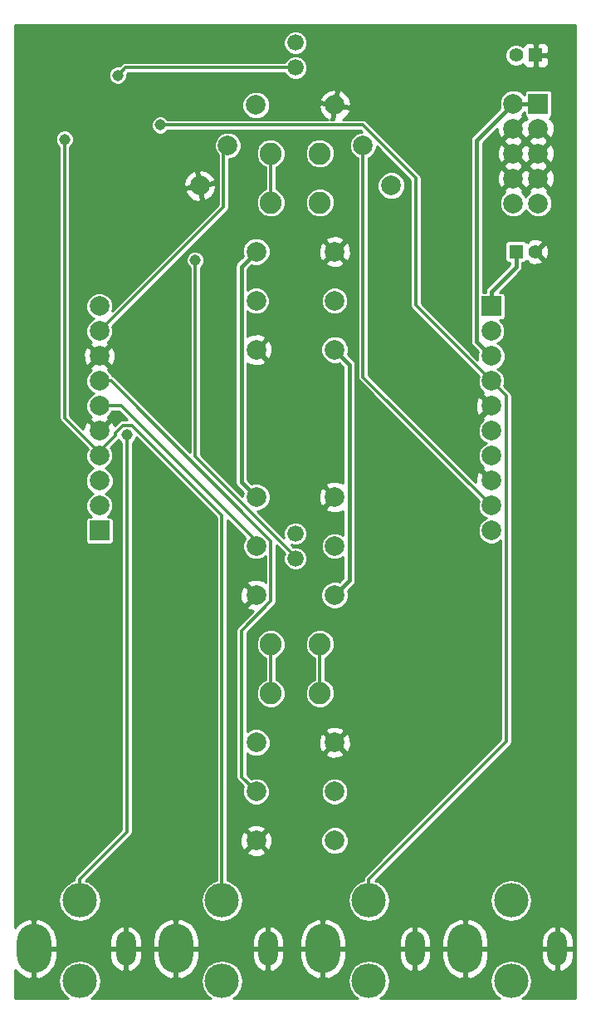
<source format=gtl>
G04 (created by PCBNEW (2013-07-07 BZR 4022)-stable) date 2014-05-25 10:59:23 PM*
%MOIN*%
G04 Gerber Fmt 3.4, Leading zero omitted, Abs format*
%FSLAX34Y34*%
G01*
G70*
G90*
G04 APERTURE LIST*
%ADD10C,0.00590551*%
%ADD11C,0.0787*%
%ADD12R,0.0787X0.0787*%
%ADD13O,0.137795X0.19685*%
%ADD14O,0.0787402X0.137795*%
%ADD15O,0.137795X0.137795*%
%ADD16C,0.066*%
%ADD17C,0.0885827*%
%ADD18R,0.0551181X0.0551181*%
%ADD19C,0.0551181*%
%ADD20C,0.045*%
%ADD21C,0.016*%
%ADD22C,0.014*%
%ADD23C,0.01*%
G04 APERTURE END LIST*
G54D10*
G54D11*
X64870Y-44700D03*
X64870Y-43700D03*
X64870Y-45700D03*
X64870Y-42700D03*
G54D12*
X64870Y-41700D03*
G54D11*
X63870Y-41700D03*
X63870Y-42700D03*
X63870Y-43700D03*
X63870Y-44700D03*
X63870Y-45700D03*
G54D13*
X56220Y-75590D03*
G54D14*
X59921Y-75590D03*
G54D15*
X58070Y-73661D03*
X58070Y-76889D03*
G54D13*
X61929Y-75590D03*
G54D14*
X65629Y-75590D03*
G54D15*
X63779Y-73661D03*
X63779Y-76889D03*
G54D13*
X50314Y-75590D03*
G54D14*
X54015Y-75590D03*
G54D15*
X52165Y-73661D03*
X52165Y-76889D03*
G54D13*
X44606Y-75590D03*
G54D14*
X48307Y-75590D03*
G54D15*
X46456Y-73661D03*
X46456Y-76889D03*
G54D16*
X55118Y-59948D03*
X55118Y-58948D03*
X55118Y-40263D03*
X55118Y-39263D03*
G54D17*
X56102Y-65354D03*
X54133Y-65354D03*
X54133Y-63385D03*
X56102Y-63385D03*
X56102Y-45669D03*
X54133Y-45669D03*
X54133Y-43700D03*
X56102Y-43700D03*
G54D12*
X62992Y-49830D03*
G54D11*
X62992Y-50830D03*
X62992Y-51830D03*
X62992Y-52830D03*
X62992Y-53830D03*
X62992Y-54830D03*
X62992Y-55830D03*
X62992Y-56830D03*
X62992Y-57830D03*
X62992Y-58830D03*
G54D12*
X47244Y-58830D03*
G54D11*
X47244Y-57830D03*
X47244Y-56830D03*
X47244Y-55830D03*
X47244Y-54830D03*
X47244Y-53830D03*
X47244Y-52830D03*
X47244Y-51830D03*
X47244Y-50830D03*
X47244Y-49830D03*
G54D18*
X64763Y-39763D03*
G54D19*
X63976Y-39763D03*
G54D18*
X63976Y-47637D03*
G54D19*
X64763Y-47637D03*
G54D11*
X57832Y-43376D03*
X58961Y-44989D03*
X56703Y-41764D03*
X56692Y-49606D03*
X56692Y-51574D03*
X56692Y-47637D03*
X56692Y-59448D03*
X56692Y-61417D03*
X56692Y-57480D03*
X56692Y-69291D03*
X56692Y-71259D03*
X56692Y-67322D03*
X53543Y-69291D03*
X53543Y-67322D03*
X53543Y-71259D03*
X53543Y-59448D03*
X53543Y-57480D03*
X53543Y-61417D03*
X53543Y-49606D03*
X53543Y-47637D03*
X53543Y-51574D03*
X52404Y-43376D03*
X53533Y-41764D03*
X51275Y-44989D03*
G54D20*
X60787Y-47125D03*
X60511Y-39291D03*
X45078Y-48228D03*
X51377Y-39370D03*
X51096Y-47983D03*
X48357Y-54994D03*
X47986Y-40570D03*
X45850Y-43133D03*
X49691Y-42562D03*
G54D21*
X63976Y-48252D02*
X63976Y-47637D01*
X62992Y-49237D02*
X63976Y-48252D01*
X62992Y-49830D02*
X62992Y-49237D01*
X52941Y-48239D02*
X53543Y-47637D01*
X52941Y-56878D02*
X52941Y-48239D01*
X53543Y-57480D02*
X52941Y-56878D01*
X57286Y-60823D02*
X56692Y-61417D01*
X57286Y-52168D02*
X57286Y-60823D01*
X56692Y-51574D02*
X57286Y-52168D01*
X64870Y-41700D02*
X64276Y-41700D01*
X62398Y-43172D02*
X63870Y-41700D01*
X62398Y-51237D02*
X62398Y-43172D01*
X62992Y-51830D02*
X62398Y-51237D01*
X63870Y-41700D02*
X64276Y-41700D01*
G54D22*
X52403Y-43376D02*
X52314Y-43465D01*
X52225Y-45848D02*
X47244Y-50830D01*
X52225Y-43554D02*
X52225Y-45848D01*
X52314Y-43465D02*
X52225Y-43554D01*
X52315Y-43465D02*
X52404Y-43376D01*
X52314Y-43465D02*
X52315Y-43465D01*
X57832Y-52670D02*
X57832Y-43951D01*
X62992Y-57830D02*
X57832Y-52670D01*
X57832Y-43951D02*
X57832Y-43376D01*
X57832Y-43951D02*
X57832Y-43376D01*
X57832Y-43951D02*
X57832Y-43951D01*
X56102Y-63385D02*
X56102Y-65354D01*
X51096Y-55859D02*
X51096Y-47983D01*
X55118Y-59881D02*
X51096Y-55859D01*
X55118Y-59948D02*
X55118Y-59881D01*
X54133Y-63385D02*
X54133Y-65354D01*
X54133Y-43700D02*
X54133Y-45669D01*
X48357Y-70901D02*
X48357Y-54994D01*
X46456Y-72802D02*
X48357Y-70901D01*
X46456Y-73661D02*
X46456Y-72802D01*
X48292Y-40263D02*
X47986Y-40570D01*
X55118Y-40263D02*
X48292Y-40263D01*
X45850Y-54300D02*
X47225Y-55676D01*
X45850Y-43133D02*
X45850Y-54300D01*
X47225Y-55812D02*
X47225Y-55676D01*
X47244Y-55830D02*
X47225Y-55812D01*
X52165Y-58215D02*
X52165Y-73661D01*
X48549Y-54599D02*
X52165Y-58215D01*
X48185Y-54599D02*
X48549Y-54599D01*
X47883Y-54901D02*
X48185Y-54599D01*
X47883Y-55019D02*
X47883Y-54901D01*
X47225Y-55676D02*
X47883Y-55019D01*
X63590Y-53429D02*
X62992Y-52830D01*
X63590Y-67282D02*
X63590Y-53429D01*
X58070Y-72802D02*
X63590Y-67282D01*
X58070Y-73661D02*
X58070Y-72802D01*
X57825Y-42562D02*
X49691Y-42562D01*
X59957Y-44694D02*
X57825Y-42562D01*
X59957Y-49795D02*
X59957Y-44694D01*
X62992Y-52830D02*
X59957Y-49795D01*
X52952Y-68700D02*
X53543Y-69291D01*
X52952Y-62833D02*
X52952Y-68700D01*
X54130Y-61655D02*
X52952Y-62833D01*
X54130Y-59234D02*
X54130Y-61655D01*
X47727Y-52830D02*
X54130Y-59234D01*
X47244Y-52830D02*
X47727Y-52830D01*
X53543Y-59252D02*
X53543Y-59448D01*
X48121Y-53830D02*
X53543Y-59252D01*
X47244Y-53830D02*
X48121Y-53830D01*
G54D10*
G36*
X63068Y-56836D02*
X62997Y-56906D01*
X62992Y-56901D01*
X62986Y-56906D01*
X62915Y-56836D01*
X62921Y-56830D01*
X62538Y-56447D01*
X62433Y-56486D01*
X62344Y-56726D01*
X62349Y-56877D01*
X59524Y-54052D01*
X59524Y-44877D01*
X59439Y-44670D01*
X59280Y-44511D01*
X59073Y-44425D01*
X58849Y-44425D01*
X58642Y-44511D01*
X58483Y-44669D01*
X58397Y-44876D01*
X58397Y-45100D01*
X58483Y-45308D01*
X58641Y-45466D01*
X58848Y-45552D01*
X59072Y-45552D01*
X59279Y-45467D01*
X59438Y-45308D01*
X59524Y-45101D01*
X59524Y-44877D01*
X59524Y-54052D01*
X58052Y-52579D01*
X58052Y-43951D01*
X58052Y-43873D01*
X58139Y-43837D01*
X58292Y-43685D01*
X58375Y-43485D01*
X58375Y-43424D01*
X59737Y-44785D01*
X59737Y-49795D01*
X59753Y-49879D01*
X59801Y-49951D01*
X62485Y-52634D01*
X62448Y-52722D01*
X62448Y-52938D01*
X62531Y-53138D01*
X62659Y-53267D01*
X62648Y-53272D01*
X62609Y-53377D01*
X62992Y-53759D01*
X62997Y-53754D01*
X63068Y-53825D01*
X63062Y-53830D01*
X63068Y-53836D01*
X62997Y-53906D01*
X62992Y-53901D01*
X62921Y-53972D01*
X62921Y-53830D01*
X62538Y-53447D01*
X62433Y-53486D01*
X62344Y-53726D01*
X62353Y-53982D01*
X62433Y-54174D01*
X62538Y-54213D01*
X62921Y-53830D01*
X62921Y-53972D01*
X62609Y-54284D01*
X62648Y-54389D01*
X62660Y-54393D01*
X62531Y-54522D01*
X62448Y-54722D01*
X62448Y-54938D01*
X62531Y-55138D01*
X62683Y-55291D01*
X62778Y-55330D01*
X62684Y-55369D01*
X62531Y-55522D01*
X62448Y-55722D01*
X62448Y-55938D01*
X62531Y-56138D01*
X62659Y-56267D01*
X62648Y-56272D01*
X62609Y-56377D01*
X62992Y-56759D01*
X62997Y-56754D01*
X63068Y-56825D01*
X63062Y-56830D01*
X63068Y-56836D01*
X63068Y-56836D01*
G37*
G54D23*
X63068Y-56836D02*
X62997Y-56906D01*
X62992Y-56901D01*
X62986Y-56906D01*
X62915Y-56836D01*
X62921Y-56830D01*
X62538Y-56447D01*
X62433Y-56486D01*
X62344Y-56726D01*
X62349Y-56877D01*
X59524Y-54052D01*
X59524Y-44877D01*
X59439Y-44670D01*
X59280Y-44511D01*
X59073Y-44425D01*
X58849Y-44425D01*
X58642Y-44511D01*
X58483Y-44669D01*
X58397Y-44876D01*
X58397Y-45100D01*
X58483Y-45308D01*
X58641Y-45466D01*
X58848Y-45552D01*
X59072Y-45552D01*
X59279Y-45467D01*
X59438Y-45308D01*
X59524Y-45101D01*
X59524Y-44877D01*
X59524Y-54052D01*
X58052Y-52579D01*
X58052Y-43951D01*
X58052Y-43873D01*
X58139Y-43837D01*
X58292Y-43685D01*
X58375Y-43485D01*
X58375Y-43424D01*
X59737Y-44785D01*
X59737Y-49795D01*
X59753Y-49879D01*
X59801Y-49951D01*
X62485Y-52634D01*
X62448Y-52722D01*
X62448Y-52938D01*
X62531Y-53138D01*
X62659Y-53267D01*
X62648Y-53272D01*
X62609Y-53377D01*
X62992Y-53759D01*
X62997Y-53754D01*
X63068Y-53825D01*
X63062Y-53830D01*
X63068Y-53836D01*
X62997Y-53906D01*
X62992Y-53901D01*
X62921Y-53972D01*
X62921Y-53830D01*
X62538Y-53447D01*
X62433Y-53486D01*
X62344Y-53726D01*
X62353Y-53982D01*
X62433Y-54174D01*
X62538Y-54213D01*
X62921Y-53830D01*
X62921Y-53972D01*
X62609Y-54284D01*
X62648Y-54389D01*
X62660Y-54393D01*
X62531Y-54522D01*
X62448Y-54722D01*
X62448Y-54938D01*
X62531Y-55138D01*
X62683Y-55291D01*
X62778Y-55330D01*
X62684Y-55369D01*
X62531Y-55522D01*
X62448Y-55722D01*
X62448Y-55938D01*
X62531Y-56138D01*
X62659Y-56267D01*
X62648Y-56272D01*
X62609Y-56377D01*
X62992Y-56759D01*
X62997Y-56754D01*
X63068Y-56825D01*
X63062Y-56830D01*
X63068Y-56836D01*
G54D10*
G36*
X66365Y-77586D02*
X66273Y-77586D01*
X66273Y-75935D01*
X66273Y-75640D01*
X66273Y-75540D01*
X66273Y-75245D01*
X66205Y-75002D01*
X66049Y-74804D01*
X65830Y-74681D01*
X65779Y-74669D01*
X65679Y-74716D01*
X65679Y-75540D01*
X66273Y-75540D01*
X66273Y-75640D01*
X65679Y-75640D01*
X65679Y-76464D01*
X65779Y-76511D01*
X65830Y-76499D01*
X66049Y-76376D01*
X66205Y-76178D01*
X66273Y-75935D01*
X66273Y-77586D01*
X65579Y-77586D01*
X65579Y-76464D01*
X65579Y-75640D01*
X65579Y-75540D01*
X65579Y-74716D01*
X65517Y-74687D01*
X65517Y-44804D01*
X65517Y-43804D01*
X65517Y-42804D01*
X65508Y-42549D01*
X65433Y-42368D01*
X65428Y-42356D01*
X65323Y-42317D01*
X65368Y-42272D01*
X65341Y-42245D01*
X65359Y-42238D01*
X65407Y-42190D01*
X65433Y-42128D01*
X65433Y-42060D01*
X65433Y-41273D01*
X65407Y-41211D01*
X65360Y-41163D01*
X65297Y-41137D01*
X65289Y-41137D01*
X65289Y-39989D01*
X65289Y-39537D01*
X65289Y-39438D01*
X65251Y-39346D01*
X65180Y-39276D01*
X65088Y-39238D01*
X64876Y-39238D01*
X64813Y-39300D01*
X64813Y-39713D01*
X65226Y-39713D01*
X65289Y-39651D01*
X65289Y-39537D01*
X65289Y-39989D01*
X65289Y-39876D01*
X65226Y-39813D01*
X64813Y-39813D01*
X64813Y-40226D01*
X64876Y-40289D01*
X65088Y-40289D01*
X65180Y-40251D01*
X65251Y-40181D01*
X65289Y-40089D01*
X65289Y-39989D01*
X65289Y-41137D01*
X65229Y-41137D01*
X64713Y-41137D01*
X64713Y-40226D01*
X64713Y-39813D01*
X64705Y-39813D01*
X64705Y-39713D01*
X64713Y-39713D01*
X64713Y-39300D01*
X64651Y-39238D01*
X64438Y-39238D01*
X64346Y-39276D01*
X64276Y-39346D01*
X64250Y-39407D01*
X64229Y-39386D01*
X64065Y-39318D01*
X63888Y-39318D01*
X63724Y-39385D01*
X63598Y-39511D01*
X63530Y-39674D01*
X63530Y-39852D01*
X63598Y-40015D01*
X63723Y-40141D01*
X63887Y-40209D01*
X64064Y-40209D01*
X64228Y-40141D01*
X64250Y-40119D01*
X64276Y-40181D01*
X64346Y-40251D01*
X64438Y-40289D01*
X64651Y-40289D01*
X64713Y-40226D01*
X64713Y-41137D01*
X64442Y-41137D01*
X64380Y-41163D01*
X64332Y-41210D01*
X64306Y-41273D01*
X64306Y-41340D01*
X64189Y-41223D01*
X63982Y-41137D01*
X63758Y-41137D01*
X63551Y-41222D01*
X63392Y-41381D01*
X63306Y-41588D01*
X63306Y-41812D01*
X63335Y-41882D01*
X62221Y-42995D01*
X62167Y-43076D01*
X62148Y-43172D01*
X62148Y-51237D01*
X62167Y-51332D01*
X62221Y-51413D01*
X62457Y-51649D01*
X62428Y-51718D01*
X62428Y-51942D01*
X62438Y-51965D01*
X60177Y-49704D01*
X60177Y-44694D01*
X60160Y-44610D01*
X60112Y-44538D01*
X60112Y-44538D01*
X57980Y-42407D01*
X57909Y-42359D01*
X57825Y-42342D01*
X57357Y-42342D01*
X57357Y-41725D01*
X57293Y-41478D01*
X57138Y-41273D01*
X56963Y-41162D01*
X56854Y-41190D01*
X56760Y-41723D01*
X57294Y-41817D01*
X57357Y-41725D01*
X57357Y-42342D01*
X57005Y-42342D01*
X57193Y-42200D01*
X57305Y-42024D01*
X57276Y-41916D01*
X56756Y-41824D01*
X56756Y-41173D01*
X56664Y-41109D01*
X56416Y-41174D01*
X56212Y-41328D01*
X56100Y-41504D01*
X56129Y-41612D01*
X56662Y-41706D01*
X56756Y-41173D01*
X56756Y-41824D01*
X56743Y-41822D01*
X56651Y-42342D01*
X56534Y-42342D01*
X56551Y-42338D01*
X56645Y-41804D01*
X56111Y-41710D01*
X56048Y-41802D01*
X56112Y-42050D01*
X56267Y-42254D01*
X56405Y-42342D01*
X55598Y-42342D01*
X55598Y-40168D01*
X55598Y-39168D01*
X55525Y-38992D01*
X55390Y-38857D01*
X55214Y-38783D01*
X55023Y-38783D01*
X54846Y-38856D01*
X54711Y-38991D01*
X54638Y-39167D01*
X54638Y-39358D01*
X54710Y-39535D01*
X54845Y-39670D01*
X55022Y-39743D01*
X55213Y-39743D01*
X55389Y-39670D01*
X55524Y-39536D01*
X55598Y-39359D01*
X55598Y-39168D01*
X55598Y-40168D01*
X55525Y-39992D01*
X55390Y-39857D01*
X55214Y-39783D01*
X55023Y-39783D01*
X54846Y-39856D01*
X54711Y-39991D01*
X54689Y-40043D01*
X48292Y-40043D01*
X48208Y-40060D01*
X48137Y-40108D01*
X48136Y-40109D01*
X48050Y-40195D01*
X47911Y-40195D01*
X47774Y-40252D01*
X47668Y-40358D01*
X47611Y-40495D01*
X47611Y-40645D01*
X47668Y-40783D01*
X47773Y-40888D01*
X47911Y-40945D01*
X48060Y-40945D01*
X48198Y-40888D01*
X48303Y-40783D01*
X48361Y-40645D01*
X48361Y-40506D01*
X48384Y-40483D01*
X54689Y-40483D01*
X54710Y-40535D01*
X54845Y-40670D01*
X55022Y-40743D01*
X55213Y-40743D01*
X55389Y-40670D01*
X55524Y-40536D01*
X55598Y-40359D01*
X55598Y-40168D01*
X55598Y-42342D01*
X54096Y-42342D01*
X54096Y-41652D01*
X54011Y-41445D01*
X53852Y-41286D01*
X53645Y-41200D01*
X53421Y-41200D01*
X53214Y-41286D01*
X53055Y-41444D01*
X52969Y-41651D01*
X52969Y-41875D01*
X53055Y-42083D01*
X53213Y-42241D01*
X53420Y-42327D01*
X53644Y-42327D01*
X53851Y-42242D01*
X54010Y-42083D01*
X54096Y-41876D01*
X54096Y-41652D01*
X54096Y-42342D01*
X50001Y-42342D01*
X49904Y-42244D01*
X49766Y-42187D01*
X49617Y-42187D01*
X49479Y-42244D01*
X49373Y-42349D01*
X49316Y-42487D01*
X49316Y-42636D01*
X49373Y-42774D01*
X49478Y-42880D01*
X49616Y-42937D01*
X49765Y-42937D01*
X49903Y-42880D01*
X50001Y-42782D01*
X57734Y-42782D01*
X57784Y-42833D01*
X57724Y-42833D01*
X57524Y-42915D01*
X57371Y-43068D01*
X57288Y-43268D01*
X57288Y-43484D01*
X57371Y-43684D01*
X57523Y-43837D01*
X57612Y-43874D01*
X57612Y-43951D01*
X57612Y-43951D01*
X57612Y-52670D01*
X57629Y-52755D01*
X57676Y-52826D01*
X62485Y-57634D01*
X62448Y-57722D01*
X62448Y-57938D01*
X62531Y-58138D01*
X62683Y-58291D01*
X62778Y-58330D01*
X62684Y-58369D01*
X62531Y-58522D01*
X62448Y-58722D01*
X62448Y-58938D01*
X62531Y-59138D01*
X62683Y-59291D01*
X62883Y-59374D01*
X63099Y-59374D01*
X63299Y-59291D01*
X63370Y-59220D01*
X63370Y-67191D01*
X57915Y-72646D01*
X57867Y-72718D01*
X57850Y-72802D01*
X57850Y-72862D01*
X57733Y-72886D01*
X57536Y-73017D01*
X57536Y-60823D01*
X57536Y-52168D01*
X57517Y-52072D01*
X57463Y-51991D01*
X57340Y-51869D01*
X57340Y-47741D01*
X57331Y-47486D01*
X57251Y-47293D01*
X57146Y-47254D01*
X57075Y-47325D01*
X57075Y-47184D01*
X57036Y-47079D01*
X56797Y-46990D01*
X56695Y-46993D01*
X56695Y-45551D01*
X56695Y-43583D01*
X56605Y-43365D01*
X56438Y-43198D01*
X56220Y-43107D01*
X55984Y-43107D01*
X55766Y-43197D01*
X55600Y-43364D01*
X55509Y-43582D01*
X55509Y-43818D01*
X55599Y-44036D01*
X55766Y-44203D01*
X55983Y-44293D01*
X56219Y-44293D01*
X56437Y-44203D01*
X56604Y-44037D01*
X56695Y-43819D01*
X56695Y-43583D01*
X56695Y-45551D01*
X56605Y-45333D01*
X56438Y-45166D01*
X56220Y-45076D01*
X55984Y-45076D01*
X55766Y-45166D01*
X55600Y-45332D01*
X55509Y-45550D01*
X55509Y-45786D01*
X55599Y-46004D01*
X55766Y-46171D01*
X55983Y-46262D01*
X56219Y-46262D01*
X56437Y-46172D01*
X56604Y-46005D01*
X56695Y-45787D01*
X56695Y-45551D01*
X56695Y-46993D01*
X56541Y-46999D01*
X56348Y-47079D01*
X56310Y-47184D01*
X56692Y-47567D01*
X57075Y-47184D01*
X57075Y-47325D01*
X56763Y-47637D01*
X57146Y-48020D01*
X57251Y-47981D01*
X57340Y-47741D01*
X57340Y-51869D01*
X57227Y-51756D01*
X57256Y-51687D01*
X57256Y-51463D01*
X57236Y-51414D01*
X57236Y-49498D01*
X57153Y-49298D01*
X57075Y-49220D01*
X57075Y-48091D01*
X56692Y-47708D01*
X56622Y-47779D01*
X56622Y-47637D01*
X56239Y-47254D01*
X56134Y-47293D01*
X56045Y-47533D01*
X56054Y-47789D01*
X56134Y-47981D01*
X56239Y-48020D01*
X56622Y-47637D01*
X56622Y-47779D01*
X56310Y-48091D01*
X56348Y-48196D01*
X56588Y-48285D01*
X56844Y-48276D01*
X57036Y-48196D01*
X57075Y-48091D01*
X57075Y-49220D01*
X57001Y-49145D01*
X56801Y-49062D01*
X56585Y-49062D01*
X56385Y-49145D01*
X56232Y-49298D01*
X56149Y-49497D01*
X56149Y-49713D01*
X56231Y-49913D01*
X56384Y-50066D01*
X56584Y-50149D01*
X56800Y-50149D01*
X57000Y-50067D01*
X57153Y-49914D01*
X57236Y-49714D01*
X57236Y-49498D01*
X57236Y-51414D01*
X57170Y-51256D01*
X57012Y-51097D01*
X56805Y-51011D01*
X56581Y-51011D01*
X56374Y-51096D01*
X56215Y-51255D01*
X56129Y-51462D01*
X56129Y-51686D01*
X56214Y-51893D01*
X56373Y-52052D01*
X56580Y-52138D01*
X56804Y-52138D01*
X56874Y-52109D01*
X57036Y-52272D01*
X57036Y-56921D01*
X56797Y-56832D01*
X56541Y-56841D01*
X56348Y-56921D01*
X56310Y-57026D01*
X56692Y-57409D01*
X56698Y-57404D01*
X56769Y-57474D01*
X56763Y-57480D01*
X56769Y-57485D01*
X56698Y-57556D01*
X56692Y-57551D01*
X56622Y-57621D01*
X56622Y-57480D01*
X56239Y-57097D01*
X56134Y-57136D01*
X56045Y-57376D01*
X56054Y-57632D01*
X56134Y-57824D01*
X56239Y-57863D01*
X56622Y-57480D01*
X56622Y-57621D01*
X56310Y-57933D01*
X56348Y-58038D01*
X56588Y-58128D01*
X56844Y-58118D01*
X57036Y-58039D01*
X57036Y-59023D01*
X57001Y-58988D01*
X56801Y-58905D01*
X56585Y-58905D01*
X56385Y-58987D01*
X56232Y-59140D01*
X56149Y-59340D01*
X56149Y-59556D01*
X56231Y-59756D01*
X56384Y-59909D01*
X56584Y-59992D01*
X56800Y-59992D01*
X57000Y-59909D01*
X57036Y-59873D01*
X57036Y-60720D01*
X56874Y-60882D01*
X56805Y-60853D01*
X56581Y-60853D01*
X56374Y-60939D01*
X56215Y-61097D01*
X56129Y-61304D01*
X56129Y-61528D01*
X56214Y-61736D01*
X56373Y-61894D01*
X56580Y-61980D01*
X56804Y-61980D01*
X57011Y-61895D01*
X57170Y-61736D01*
X57256Y-61529D01*
X57256Y-61305D01*
X57227Y-61236D01*
X57463Y-61000D01*
X57517Y-60919D01*
X57536Y-60823D01*
X57536Y-73017D01*
X57461Y-73068D01*
X57340Y-73248D01*
X57340Y-67426D01*
X57331Y-67171D01*
X57251Y-66978D01*
X57146Y-66939D01*
X57075Y-67010D01*
X57075Y-66869D01*
X57036Y-66764D01*
X56797Y-66675D01*
X56695Y-66678D01*
X56695Y-65236D01*
X56605Y-65018D01*
X56438Y-64851D01*
X56322Y-64803D01*
X56322Y-63936D01*
X56437Y-63888D01*
X56604Y-63722D01*
X56695Y-63504D01*
X56695Y-63268D01*
X56605Y-63050D01*
X56438Y-62883D01*
X56220Y-62793D01*
X55984Y-62792D01*
X55766Y-62882D01*
X55600Y-63049D01*
X55598Y-63053D01*
X55598Y-59853D01*
X55525Y-59677D01*
X55390Y-59542D01*
X55214Y-59468D01*
X55023Y-59468D01*
X55018Y-59470D01*
X54943Y-59395D01*
X55022Y-59428D01*
X55213Y-59428D01*
X55389Y-59355D01*
X55524Y-59221D01*
X55598Y-59044D01*
X55598Y-58853D01*
X55525Y-58677D01*
X55390Y-58542D01*
X55214Y-58468D01*
X55023Y-58468D01*
X54846Y-58541D01*
X54726Y-58661D01*
X54726Y-45551D01*
X54636Y-45333D01*
X54470Y-45166D01*
X54353Y-45118D01*
X54353Y-44251D01*
X54469Y-44203D01*
X54636Y-44037D01*
X54726Y-43819D01*
X54726Y-43583D01*
X54636Y-43365D01*
X54470Y-43198D01*
X54252Y-43107D01*
X54016Y-43107D01*
X53798Y-43197D01*
X53631Y-43364D01*
X53541Y-43582D01*
X53540Y-43818D01*
X53630Y-44036D01*
X53797Y-44203D01*
X53913Y-44251D01*
X53913Y-45118D01*
X53798Y-45166D01*
X53631Y-45332D01*
X53541Y-45550D01*
X53540Y-45786D01*
X53630Y-46004D01*
X53797Y-46171D01*
X54015Y-46262D01*
X54251Y-46262D01*
X54469Y-46172D01*
X54636Y-46005D01*
X54726Y-45787D01*
X54726Y-45551D01*
X54726Y-58661D01*
X54711Y-58676D01*
X54638Y-58852D01*
X54638Y-59043D01*
X54670Y-59123D01*
X54191Y-58643D01*
X54191Y-51678D01*
X54181Y-51423D01*
X54101Y-51230D01*
X53996Y-51191D01*
X53614Y-51574D01*
X53996Y-51957D01*
X54101Y-51918D01*
X54191Y-51678D01*
X54191Y-58643D01*
X53591Y-58043D01*
X53654Y-58043D01*
X53862Y-57958D01*
X54020Y-57799D01*
X54106Y-57592D01*
X54106Y-57368D01*
X54021Y-57161D01*
X53862Y-57002D01*
X53655Y-56916D01*
X53431Y-56916D01*
X53362Y-56945D01*
X53191Y-56775D01*
X53191Y-52113D01*
X53199Y-52133D01*
X53439Y-52222D01*
X53695Y-52213D01*
X53887Y-52133D01*
X53926Y-52028D01*
X53543Y-51645D01*
X53537Y-51651D01*
X53467Y-51580D01*
X53472Y-51574D01*
X53467Y-51569D01*
X53537Y-51498D01*
X53543Y-51504D01*
X53926Y-51121D01*
X53887Y-51016D01*
X53647Y-50927D01*
X53391Y-50936D01*
X53199Y-51016D01*
X53191Y-51036D01*
X53191Y-50023D01*
X53235Y-50066D01*
X53434Y-50149D01*
X53650Y-50149D01*
X53850Y-50067D01*
X54003Y-49914D01*
X54086Y-49714D01*
X54086Y-49498D01*
X54004Y-49298D01*
X53851Y-49145D01*
X53651Y-49062D01*
X53435Y-49062D01*
X53235Y-49145D01*
X53191Y-49189D01*
X53191Y-48342D01*
X53361Y-48172D01*
X53430Y-48201D01*
X53654Y-48201D01*
X53862Y-48115D01*
X54020Y-47957D01*
X54106Y-47750D01*
X54106Y-47526D01*
X54021Y-47319D01*
X53862Y-47160D01*
X53655Y-47074D01*
X53431Y-47074D01*
X53224Y-47159D01*
X53065Y-47318D01*
X52979Y-47525D01*
X52979Y-47749D01*
X53008Y-47819D01*
X52947Y-47879D01*
X52947Y-43269D01*
X52865Y-43069D01*
X52712Y-42916D01*
X52512Y-42833D01*
X52296Y-42833D01*
X52096Y-42915D01*
X51943Y-43068D01*
X51860Y-43268D01*
X51860Y-43484D01*
X51943Y-43684D01*
X52005Y-43747D01*
X52005Y-45757D01*
X51929Y-45833D01*
X51929Y-45027D01*
X51877Y-44951D01*
X51877Y-44729D01*
X51731Y-44518D01*
X51516Y-44379D01*
X51313Y-44334D01*
X51221Y-44398D01*
X51315Y-44931D01*
X51848Y-44837D01*
X51877Y-44729D01*
X51877Y-44951D01*
X51866Y-44935D01*
X51332Y-45029D01*
X51426Y-45563D01*
X51535Y-45591D01*
X51745Y-45446D01*
X51884Y-45231D01*
X51929Y-45027D01*
X51929Y-45833D01*
X51328Y-46435D01*
X51328Y-45580D01*
X51234Y-45047D01*
X51217Y-45050D01*
X51217Y-44948D01*
X51123Y-44415D01*
X51014Y-44387D01*
X50804Y-44532D01*
X50665Y-44747D01*
X50620Y-44950D01*
X50683Y-45042D01*
X51217Y-44948D01*
X51217Y-45050D01*
X50701Y-45141D01*
X50672Y-45249D01*
X50818Y-45460D01*
X51033Y-45599D01*
X51236Y-45644D01*
X51328Y-45580D01*
X51328Y-46435D01*
X47761Y-50002D01*
X47787Y-49939D01*
X47787Y-49723D01*
X47705Y-49523D01*
X47552Y-49370D01*
X47352Y-49287D01*
X47136Y-49287D01*
X46936Y-49369D01*
X46783Y-49522D01*
X46700Y-49722D01*
X46700Y-49938D01*
X46783Y-50138D01*
X46935Y-50291D01*
X47030Y-50330D01*
X46936Y-50369D01*
X46783Y-50522D01*
X46700Y-50722D01*
X46700Y-50938D01*
X46783Y-51138D01*
X46911Y-51267D01*
X46900Y-51272D01*
X46861Y-51377D01*
X47244Y-51759D01*
X47626Y-51377D01*
X47588Y-51272D01*
X47575Y-51267D01*
X47704Y-51138D01*
X47787Y-50939D01*
X47787Y-50723D01*
X47751Y-50634D01*
X52381Y-46004D01*
X52381Y-46004D01*
X52429Y-45933D01*
X52445Y-45848D01*
X52445Y-45848D01*
X52445Y-43920D01*
X52511Y-43920D01*
X52711Y-43837D01*
X52864Y-43685D01*
X52947Y-43485D01*
X52947Y-43269D01*
X52947Y-47879D01*
X52764Y-48062D01*
X52710Y-48143D01*
X52691Y-48239D01*
X52691Y-56878D01*
X52710Y-56974D01*
X52764Y-57055D01*
X53008Y-57299D01*
X52979Y-57367D01*
X52979Y-57432D01*
X51316Y-55768D01*
X51316Y-48293D01*
X51413Y-48195D01*
X51470Y-48057D01*
X51471Y-47908D01*
X51414Y-47770D01*
X51308Y-47665D01*
X51170Y-47608D01*
X51021Y-47608D01*
X50883Y-47664D01*
X50778Y-47770D01*
X50721Y-47908D01*
X50720Y-48057D01*
X50777Y-48195D01*
X50876Y-48293D01*
X50876Y-55668D01*
X47891Y-52684D01*
X47891Y-51934D01*
X47882Y-51678D01*
X47802Y-51486D01*
X47697Y-51447D01*
X47314Y-51830D01*
X47697Y-52213D01*
X47802Y-52174D01*
X47891Y-51934D01*
X47891Y-52684D01*
X47882Y-52675D01*
X47811Y-52627D01*
X47742Y-52613D01*
X47705Y-52523D01*
X47576Y-52394D01*
X47588Y-52389D01*
X47626Y-52284D01*
X47244Y-51901D01*
X47173Y-51972D01*
X47173Y-51830D01*
X46790Y-51447D01*
X46685Y-51486D01*
X46596Y-51726D01*
X46605Y-51982D01*
X46685Y-52174D01*
X46790Y-52213D01*
X47173Y-51830D01*
X47173Y-51972D01*
X46861Y-52284D01*
X46900Y-52389D01*
X46912Y-52393D01*
X46783Y-52522D01*
X46700Y-52722D01*
X46700Y-52938D01*
X46783Y-53138D01*
X46935Y-53291D01*
X47030Y-53330D01*
X46936Y-53369D01*
X46783Y-53522D01*
X46700Y-53722D01*
X46700Y-53938D01*
X46783Y-54138D01*
X46911Y-54267D01*
X46900Y-54272D01*
X46861Y-54377D01*
X47244Y-54759D01*
X47626Y-54377D01*
X47588Y-54272D01*
X47575Y-54267D01*
X47704Y-54138D01*
X47741Y-54050D01*
X48030Y-54050D01*
X48359Y-54379D01*
X48185Y-54379D01*
X48100Y-54396D01*
X48029Y-54444D01*
X47856Y-54616D01*
X47802Y-54486D01*
X47697Y-54447D01*
X47314Y-54830D01*
X47320Y-54836D01*
X47249Y-54906D01*
X47244Y-54901D01*
X47238Y-54906D01*
X47167Y-54836D01*
X47173Y-54830D01*
X46790Y-54447D01*
X46685Y-54486D01*
X46596Y-54726D01*
X46596Y-54735D01*
X46070Y-54209D01*
X46070Y-43444D01*
X46167Y-43346D01*
X46224Y-43208D01*
X46225Y-43059D01*
X46168Y-42921D01*
X46062Y-42816D01*
X45924Y-42758D01*
X45775Y-42758D01*
X45637Y-42815D01*
X45532Y-42921D01*
X45475Y-43058D01*
X45474Y-43208D01*
X45531Y-43346D01*
X45630Y-43444D01*
X45630Y-54300D01*
X45646Y-54384D01*
X45694Y-54455D01*
X46776Y-55538D01*
X46700Y-55722D01*
X46700Y-55938D01*
X46783Y-56138D01*
X46935Y-56291D01*
X47004Y-56319D01*
X46925Y-56352D01*
X46766Y-56511D01*
X46680Y-56718D01*
X46680Y-56942D01*
X46766Y-57149D01*
X46924Y-57308D01*
X47004Y-57341D01*
X46936Y-57369D01*
X46783Y-57522D01*
X46700Y-57722D01*
X46700Y-57938D01*
X46783Y-58138D01*
X46911Y-58267D01*
X46816Y-58267D01*
X46754Y-58293D01*
X46706Y-58340D01*
X46680Y-58403D01*
X46680Y-58470D01*
X46680Y-59257D01*
X46706Y-59320D01*
X46754Y-59368D01*
X46816Y-59394D01*
X46884Y-59394D01*
X47671Y-59394D01*
X47733Y-59368D01*
X47781Y-59320D01*
X47807Y-59258D01*
X47807Y-59190D01*
X47807Y-58403D01*
X47781Y-58341D01*
X47734Y-58293D01*
X47671Y-58267D01*
X47603Y-58267D01*
X47576Y-58267D01*
X47704Y-58138D01*
X47787Y-57939D01*
X47787Y-57723D01*
X47705Y-57523D01*
X47552Y-57370D01*
X47483Y-57341D01*
X47562Y-57308D01*
X47721Y-57150D01*
X47807Y-56943D01*
X47807Y-56719D01*
X47722Y-56511D01*
X47563Y-56353D01*
X47483Y-56319D01*
X47551Y-56291D01*
X47704Y-56138D01*
X47787Y-55939D01*
X47787Y-55723D01*
X47705Y-55523D01*
X47697Y-55515D01*
X48029Y-55184D01*
X48038Y-55207D01*
X48137Y-55305D01*
X48137Y-70810D01*
X46301Y-72646D01*
X46253Y-72718D01*
X46236Y-72802D01*
X46236Y-72862D01*
X46119Y-72886D01*
X45847Y-73068D01*
X45665Y-73340D01*
X45601Y-73661D01*
X45665Y-73982D01*
X45847Y-74254D01*
X46119Y-74436D01*
X46440Y-74500D01*
X46473Y-74500D01*
X46794Y-74436D01*
X47066Y-74254D01*
X47248Y-73982D01*
X47312Y-73661D01*
X47248Y-73340D01*
X47066Y-73068D01*
X46794Y-72886D01*
X46702Y-72868D01*
X48512Y-71057D01*
X48512Y-71057D01*
X48560Y-70986D01*
X48577Y-70901D01*
X48577Y-70901D01*
X48577Y-55305D01*
X48674Y-55207D01*
X48725Y-55086D01*
X51945Y-58306D01*
X51945Y-72862D01*
X51827Y-72886D01*
X51555Y-73068D01*
X51373Y-73340D01*
X51309Y-73661D01*
X51373Y-73982D01*
X51555Y-74254D01*
X51827Y-74436D01*
X52148Y-74500D01*
X52181Y-74500D01*
X52502Y-74436D01*
X52775Y-74254D01*
X52956Y-73982D01*
X53020Y-73661D01*
X52956Y-73340D01*
X52775Y-73068D01*
X52502Y-72886D01*
X52385Y-72862D01*
X52385Y-58405D01*
X53101Y-59121D01*
X53082Y-59140D01*
X52999Y-59340D01*
X52999Y-59556D01*
X53082Y-59756D01*
X53235Y-59909D01*
X53434Y-59992D01*
X53650Y-59992D01*
X53850Y-59909D01*
X53910Y-59850D01*
X53910Y-60921D01*
X53887Y-60858D01*
X53647Y-60769D01*
X53391Y-60779D01*
X53199Y-60858D01*
X53160Y-60963D01*
X53543Y-61346D01*
X53548Y-61341D01*
X53619Y-61411D01*
X53614Y-61417D01*
X53619Y-61422D01*
X53548Y-61493D01*
X53543Y-61488D01*
X53472Y-61558D01*
X53472Y-61417D01*
X53089Y-61034D01*
X52984Y-61073D01*
X52895Y-61313D01*
X52904Y-61569D01*
X52984Y-61761D01*
X53089Y-61800D01*
X53472Y-61417D01*
X53472Y-61558D01*
X53160Y-61870D01*
X53199Y-61975D01*
X53417Y-62057D01*
X52796Y-62678D01*
X52749Y-62749D01*
X52732Y-62833D01*
X52732Y-68700D01*
X52749Y-68784D01*
X52796Y-68855D01*
X53036Y-69095D01*
X52999Y-69182D01*
X52999Y-69398D01*
X53082Y-69598D01*
X53235Y-69751D01*
X53434Y-69834D01*
X53650Y-69834D01*
X53850Y-69752D01*
X54003Y-69599D01*
X54086Y-69399D01*
X54086Y-69183D01*
X54004Y-68983D01*
X53851Y-68830D01*
X53651Y-68747D01*
X53435Y-68747D01*
X53347Y-68784D01*
X53172Y-68609D01*
X53172Y-67748D01*
X53223Y-67800D01*
X53430Y-67886D01*
X53654Y-67886D01*
X53862Y-67800D01*
X54020Y-67642D01*
X54106Y-67435D01*
X54106Y-67211D01*
X54021Y-67004D01*
X53862Y-66845D01*
X53655Y-66759D01*
X53431Y-66759D01*
X53224Y-66844D01*
X53172Y-66896D01*
X53172Y-62924D01*
X54286Y-61811D01*
X54333Y-61739D01*
X54333Y-61739D01*
X54350Y-61655D01*
X54350Y-61655D01*
X54350Y-59425D01*
X54679Y-59754D01*
X54638Y-59852D01*
X54638Y-60043D01*
X54710Y-60220D01*
X54845Y-60355D01*
X55022Y-60428D01*
X55213Y-60428D01*
X55389Y-60355D01*
X55524Y-60221D01*
X55598Y-60044D01*
X55598Y-59853D01*
X55598Y-63053D01*
X55509Y-63267D01*
X55509Y-63503D01*
X55599Y-63721D01*
X55766Y-63888D01*
X55882Y-63936D01*
X55882Y-64803D01*
X55766Y-64851D01*
X55600Y-65018D01*
X55509Y-65235D01*
X55509Y-65471D01*
X55599Y-65689D01*
X55766Y-65856D01*
X55983Y-65947D01*
X56219Y-65947D01*
X56437Y-65857D01*
X56604Y-65690D01*
X56695Y-65472D01*
X56695Y-65236D01*
X56695Y-66678D01*
X56541Y-66684D01*
X56348Y-66764D01*
X56310Y-66869D01*
X56692Y-67252D01*
X57075Y-66869D01*
X57075Y-67010D01*
X56763Y-67322D01*
X57146Y-67705D01*
X57251Y-67666D01*
X57340Y-67426D01*
X57340Y-73248D01*
X57279Y-73340D01*
X57256Y-73455D01*
X57256Y-71148D01*
X57236Y-71099D01*
X57236Y-69183D01*
X57153Y-68983D01*
X57075Y-68905D01*
X57075Y-67776D01*
X56692Y-67393D01*
X56622Y-67464D01*
X56622Y-67322D01*
X56239Y-66939D01*
X56134Y-66978D01*
X56045Y-67218D01*
X56054Y-67474D01*
X56134Y-67666D01*
X56239Y-67705D01*
X56622Y-67322D01*
X56622Y-67464D01*
X56310Y-67776D01*
X56348Y-67881D01*
X56588Y-67970D01*
X56844Y-67961D01*
X57036Y-67881D01*
X57075Y-67776D01*
X57075Y-68905D01*
X57001Y-68830D01*
X56801Y-68747D01*
X56585Y-68747D01*
X56385Y-68830D01*
X56232Y-68983D01*
X56149Y-69182D01*
X56149Y-69398D01*
X56231Y-69598D01*
X56384Y-69751D01*
X56584Y-69834D01*
X56800Y-69834D01*
X57000Y-69752D01*
X57153Y-69599D01*
X57236Y-69399D01*
X57236Y-69183D01*
X57236Y-71099D01*
X57170Y-70941D01*
X57012Y-70782D01*
X56805Y-70696D01*
X56581Y-70696D01*
X56374Y-70781D01*
X56215Y-70940D01*
X56129Y-71147D01*
X56129Y-71371D01*
X56214Y-71578D01*
X56373Y-71737D01*
X56580Y-71823D01*
X56804Y-71823D01*
X57011Y-71737D01*
X57170Y-71579D01*
X57256Y-71372D01*
X57256Y-71148D01*
X57256Y-73455D01*
X57215Y-73661D01*
X57279Y-73982D01*
X57461Y-74254D01*
X57733Y-74436D01*
X58054Y-74500D01*
X58087Y-74500D01*
X58408Y-74436D01*
X58680Y-74254D01*
X58862Y-73982D01*
X58926Y-73661D01*
X58862Y-73340D01*
X58680Y-73068D01*
X58408Y-72886D01*
X58316Y-72868D01*
X63746Y-67438D01*
X63793Y-67366D01*
X63793Y-67366D01*
X63810Y-67282D01*
X63810Y-53429D01*
X63793Y-53344D01*
X63746Y-53273D01*
X63746Y-53273D01*
X63499Y-53026D01*
X63535Y-52939D01*
X63535Y-52723D01*
X63453Y-52523D01*
X63300Y-52370D01*
X63231Y-52341D01*
X63310Y-52308D01*
X63469Y-52150D01*
X63555Y-51943D01*
X63555Y-51719D01*
X63470Y-51511D01*
X63311Y-51353D01*
X63231Y-51319D01*
X63299Y-51291D01*
X63452Y-51138D01*
X63535Y-50939D01*
X63535Y-50723D01*
X63453Y-50523D01*
X63324Y-50394D01*
X63419Y-50394D01*
X63481Y-50368D01*
X63529Y-50320D01*
X63555Y-50258D01*
X63555Y-50190D01*
X63555Y-49403D01*
X63529Y-49341D01*
X63482Y-49293D01*
X63419Y-49267D01*
X63351Y-49267D01*
X63315Y-49267D01*
X64153Y-48429D01*
X64153Y-48429D01*
X64153Y-48429D01*
X64207Y-48348D01*
X64207Y-48348D01*
X64222Y-48271D01*
X64226Y-48252D01*
X64226Y-48252D01*
X64226Y-48252D01*
X64226Y-48083D01*
X64285Y-48083D01*
X64348Y-48057D01*
X64387Y-48018D01*
X64420Y-48051D01*
X64466Y-48006D01*
X64490Y-48098D01*
X64687Y-48168D01*
X64896Y-48156D01*
X65036Y-48098D01*
X65061Y-48006D01*
X64763Y-47708D01*
X64758Y-47714D01*
X64687Y-47643D01*
X64693Y-47637D01*
X64687Y-47632D01*
X64758Y-47561D01*
X64763Y-47567D01*
X65061Y-47269D01*
X65036Y-47176D01*
X64839Y-47107D01*
X64630Y-47118D01*
X64490Y-47176D01*
X64466Y-47269D01*
X64420Y-47224D01*
X64387Y-47257D01*
X64348Y-47218D01*
X64285Y-47192D01*
X64218Y-47192D01*
X63667Y-47192D01*
X63604Y-47218D01*
X63556Y-47265D01*
X63530Y-47328D01*
X63530Y-47395D01*
X63530Y-47947D01*
X63556Y-48009D01*
X63604Y-48057D01*
X63666Y-48083D01*
X63726Y-48083D01*
X63726Y-48149D01*
X62815Y-49060D01*
X62761Y-49141D01*
X62742Y-49237D01*
X62742Y-49267D01*
X62648Y-49267D01*
X62648Y-43275D01*
X63226Y-42698D01*
X63231Y-42852D01*
X63311Y-43044D01*
X63416Y-43083D01*
X63799Y-42700D01*
X63793Y-42695D01*
X63864Y-42624D01*
X63870Y-42630D01*
X64252Y-42247D01*
X64217Y-42150D01*
X64306Y-42061D01*
X64306Y-42127D01*
X64332Y-42190D01*
X64380Y-42238D01*
X64398Y-42245D01*
X64371Y-42272D01*
X64416Y-42317D01*
X64370Y-42335D01*
X64323Y-42317D01*
X63940Y-42700D01*
X64323Y-43083D01*
X64370Y-43066D01*
X64416Y-43083D01*
X64799Y-42700D01*
X64793Y-42695D01*
X64864Y-42624D01*
X64870Y-42630D01*
X64875Y-42624D01*
X64946Y-42695D01*
X64940Y-42700D01*
X65323Y-43083D01*
X65428Y-43044D01*
X65517Y-42804D01*
X65517Y-43804D01*
X65508Y-43549D01*
X65428Y-43356D01*
X65323Y-43317D01*
X65252Y-43388D01*
X65252Y-43247D01*
X65235Y-43200D01*
X65252Y-43154D01*
X64870Y-42771D01*
X64799Y-42842D01*
X64487Y-43154D01*
X64504Y-43200D01*
X64487Y-43247D01*
X64870Y-43630D01*
X65252Y-43247D01*
X65252Y-43388D01*
X64940Y-43700D01*
X65323Y-44083D01*
X65428Y-44044D01*
X65517Y-43804D01*
X65517Y-44804D01*
X65508Y-44549D01*
X65428Y-44356D01*
X65323Y-44317D01*
X65252Y-44388D01*
X65252Y-44247D01*
X65235Y-44200D01*
X65252Y-44154D01*
X64870Y-43771D01*
X64799Y-43842D01*
X64799Y-43700D01*
X64416Y-43317D01*
X64370Y-43335D01*
X64323Y-43317D01*
X64252Y-43388D01*
X64252Y-43247D01*
X64235Y-43200D01*
X64252Y-43154D01*
X63870Y-42771D01*
X63487Y-43154D01*
X63504Y-43200D01*
X63487Y-43247D01*
X63870Y-43630D01*
X64252Y-43247D01*
X64252Y-43388D01*
X63940Y-43700D01*
X64323Y-44083D01*
X64370Y-44066D01*
X64416Y-44083D01*
X64799Y-43700D01*
X64799Y-43842D01*
X64487Y-44154D01*
X64504Y-44200D01*
X64487Y-44247D01*
X64870Y-44630D01*
X65252Y-44247D01*
X65252Y-44388D01*
X64940Y-44700D01*
X65323Y-45083D01*
X65428Y-45044D01*
X65517Y-44804D01*
X65517Y-74687D01*
X65480Y-74669D01*
X65433Y-74680D01*
X65433Y-45589D01*
X65348Y-45382D01*
X65217Y-45250D01*
X65252Y-45154D01*
X64870Y-44771D01*
X64799Y-44842D01*
X64799Y-44700D01*
X64416Y-44317D01*
X64370Y-44335D01*
X64323Y-44317D01*
X64252Y-44388D01*
X64252Y-44247D01*
X64235Y-44200D01*
X64252Y-44154D01*
X63870Y-43771D01*
X63799Y-43842D01*
X63799Y-43700D01*
X63416Y-43317D01*
X63311Y-43356D01*
X63222Y-43596D01*
X63231Y-43852D01*
X63311Y-44044D01*
X63416Y-44083D01*
X63799Y-43700D01*
X63799Y-43842D01*
X63487Y-44154D01*
X63504Y-44200D01*
X63487Y-44247D01*
X63870Y-44630D01*
X64252Y-44247D01*
X64252Y-44388D01*
X63940Y-44700D01*
X64323Y-45083D01*
X64370Y-45066D01*
X64416Y-45083D01*
X64799Y-44700D01*
X64799Y-44842D01*
X64487Y-45154D01*
X64522Y-45251D01*
X64392Y-45381D01*
X64370Y-45435D01*
X64348Y-45382D01*
X64217Y-45250D01*
X64252Y-45154D01*
X63870Y-44771D01*
X63799Y-44842D01*
X63799Y-44700D01*
X63416Y-44317D01*
X63311Y-44356D01*
X63222Y-44596D01*
X63231Y-44852D01*
X63311Y-45044D01*
X63416Y-45083D01*
X63799Y-44700D01*
X63799Y-44842D01*
X63487Y-45154D01*
X63522Y-45251D01*
X63392Y-45381D01*
X63306Y-45588D01*
X63306Y-45812D01*
X63392Y-46019D01*
X63550Y-46178D01*
X63757Y-46264D01*
X63981Y-46264D01*
X64188Y-46178D01*
X64347Y-46020D01*
X64370Y-45966D01*
X64392Y-46019D01*
X64550Y-46178D01*
X64757Y-46264D01*
X64981Y-46264D01*
X65188Y-46178D01*
X65347Y-46020D01*
X65433Y-45813D01*
X65433Y-45589D01*
X65433Y-74680D01*
X65429Y-74681D01*
X65294Y-74757D01*
X65294Y-47713D01*
X65282Y-47504D01*
X65224Y-47364D01*
X65131Y-47340D01*
X65061Y-47410D01*
X64834Y-47637D01*
X65131Y-47935D01*
X65224Y-47910D01*
X65294Y-47713D01*
X65294Y-74757D01*
X65210Y-74804D01*
X65061Y-74993D01*
X65054Y-75002D01*
X64986Y-75245D01*
X64986Y-75540D01*
X65579Y-75540D01*
X65579Y-75640D01*
X64986Y-75640D01*
X64986Y-75935D01*
X65054Y-76178D01*
X65210Y-76376D01*
X65429Y-76499D01*
X65480Y-76511D01*
X65579Y-76464D01*
X65579Y-77586D01*
X64234Y-77586D01*
X64389Y-77483D01*
X64571Y-77210D01*
X64634Y-76889D01*
X64634Y-73661D01*
X64571Y-73340D01*
X64389Y-73068D01*
X64117Y-72886D01*
X63795Y-72822D01*
X63763Y-72822D01*
X63442Y-72886D01*
X63169Y-73068D01*
X62987Y-73340D01*
X62924Y-73661D01*
X62987Y-73982D01*
X63169Y-74254D01*
X63442Y-74436D01*
X63763Y-74500D01*
X63795Y-74500D01*
X64117Y-74436D01*
X64389Y-74254D01*
X64571Y-73982D01*
X64634Y-73661D01*
X64634Y-76889D01*
X64571Y-76568D01*
X64389Y-76296D01*
X64117Y-76114D01*
X63795Y-76050D01*
X63763Y-76050D01*
X63442Y-76114D01*
X63169Y-76296D01*
X62987Y-76568D01*
X62924Y-76889D01*
X62987Y-77210D01*
X63169Y-77483D01*
X63324Y-77586D01*
X62868Y-77586D01*
X62868Y-75935D01*
X62868Y-75640D01*
X62868Y-75540D01*
X62868Y-75245D01*
X62777Y-74889D01*
X62557Y-74595D01*
X62242Y-74408D01*
X62125Y-74376D01*
X61979Y-74420D01*
X61979Y-75540D01*
X62868Y-75540D01*
X62868Y-75640D01*
X61979Y-75640D01*
X61979Y-76760D01*
X62125Y-76804D01*
X62242Y-76772D01*
X62557Y-76585D01*
X62777Y-76291D01*
X62868Y-75935D01*
X62868Y-77586D01*
X61879Y-77586D01*
X61879Y-76760D01*
X61879Y-75640D01*
X61879Y-75540D01*
X61879Y-74420D01*
X61733Y-74376D01*
X61615Y-74408D01*
X61300Y-74595D01*
X61080Y-74889D01*
X60990Y-75245D01*
X60990Y-75540D01*
X61879Y-75540D01*
X61879Y-75640D01*
X60990Y-75640D01*
X60990Y-75935D01*
X61080Y-76291D01*
X61300Y-76585D01*
X61615Y-76772D01*
X61733Y-76804D01*
X61879Y-76760D01*
X61879Y-77586D01*
X60564Y-77586D01*
X60564Y-75935D01*
X60564Y-75640D01*
X60564Y-75540D01*
X60564Y-75245D01*
X60496Y-75002D01*
X60341Y-74804D01*
X60121Y-74681D01*
X60071Y-74669D01*
X59971Y-74716D01*
X59971Y-75540D01*
X60564Y-75540D01*
X60564Y-75640D01*
X59971Y-75640D01*
X59971Y-76464D01*
X60071Y-76511D01*
X60121Y-76499D01*
X60341Y-76376D01*
X60496Y-76178D01*
X60564Y-75935D01*
X60564Y-77586D01*
X59871Y-77586D01*
X59871Y-76464D01*
X59871Y-75640D01*
X59871Y-75540D01*
X59871Y-74716D01*
X59771Y-74669D01*
X59721Y-74681D01*
X59501Y-74804D01*
X59345Y-75002D01*
X59277Y-75245D01*
X59277Y-75540D01*
X59871Y-75540D01*
X59871Y-75640D01*
X59277Y-75640D01*
X59277Y-75935D01*
X59345Y-76178D01*
X59501Y-76376D01*
X59721Y-76499D01*
X59771Y-76511D01*
X59871Y-76464D01*
X59871Y-77586D01*
X58526Y-77586D01*
X58680Y-77483D01*
X58862Y-77210D01*
X58926Y-76889D01*
X58862Y-76568D01*
X58680Y-76296D01*
X58408Y-76114D01*
X58087Y-76050D01*
X58054Y-76050D01*
X57733Y-76114D01*
X57461Y-76296D01*
X57279Y-76568D01*
X57215Y-76889D01*
X57279Y-77210D01*
X57461Y-77483D01*
X57615Y-77586D01*
X57159Y-77586D01*
X57159Y-75935D01*
X57159Y-75640D01*
X57159Y-75540D01*
X57159Y-75245D01*
X57068Y-74889D01*
X56849Y-74595D01*
X56533Y-74408D01*
X56416Y-74376D01*
X56270Y-74420D01*
X56270Y-75540D01*
X57159Y-75540D01*
X57159Y-75640D01*
X56270Y-75640D01*
X56270Y-76760D01*
X56416Y-76804D01*
X56533Y-76772D01*
X56849Y-76585D01*
X57068Y-76291D01*
X57159Y-75935D01*
X57159Y-77586D01*
X56170Y-77586D01*
X56170Y-76760D01*
X56170Y-75640D01*
X56170Y-75540D01*
X56170Y-74420D01*
X56024Y-74376D01*
X55907Y-74408D01*
X55591Y-74595D01*
X55372Y-74889D01*
X55281Y-75245D01*
X55281Y-75540D01*
X56170Y-75540D01*
X56170Y-75640D01*
X55281Y-75640D01*
X55281Y-75935D01*
X55372Y-76291D01*
X55591Y-76585D01*
X55907Y-76772D01*
X56024Y-76804D01*
X56170Y-76760D01*
X56170Y-77586D01*
X54726Y-77586D01*
X54726Y-65236D01*
X54636Y-65018D01*
X54470Y-64851D01*
X54353Y-64803D01*
X54353Y-63936D01*
X54469Y-63888D01*
X54636Y-63722D01*
X54726Y-63504D01*
X54726Y-63268D01*
X54636Y-63050D01*
X54470Y-62883D01*
X54252Y-62793D01*
X54016Y-62792D01*
X53798Y-62882D01*
X53631Y-63049D01*
X53541Y-63267D01*
X53540Y-63503D01*
X53630Y-63721D01*
X53797Y-63888D01*
X53913Y-63936D01*
X53913Y-64803D01*
X53798Y-64851D01*
X53631Y-65018D01*
X53541Y-65235D01*
X53540Y-65471D01*
X53630Y-65689D01*
X53797Y-65856D01*
X54015Y-65947D01*
X54251Y-65947D01*
X54469Y-65857D01*
X54636Y-65690D01*
X54726Y-65472D01*
X54726Y-65236D01*
X54726Y-77586D01*
X54659Y-77586D01*
X54659Y-75935D01*
X54659Y-75640D01*
X54659Y-75540D01*
X54659Y-75245D01*
X54591Y-75002D01*
X54435Y-74804D01*
X54215Y-74681D01*
X54191Y-74675D01*
X54191Y-71363D01*
X54181Y-71108D01*
X54101Y-70915D01*
X53996Y-70876D01*
X53926Y-70947D01*
X53926Y-70806D01*
X53887Y-70701D01*
X53647Y-70612D01*
X53391Y-70621D01*
X53199Y-70701D01*
X53160Y-70806D01*
X53543Y-71189D01*
X53926Y-70806D01*
X53926Y-70947D01*
X53614Y-71259D01*
X53996Y-71642D01*
X54101Y-71603D01*
X54191Y-71363D01*
X54191Y-74675D01*
X54165Y-74669D01*
X54065Y-74716D01*
X54065Y-75540D01*
X54659Y-75540D01*
X54659Y-75640D01*
X54065Y-75640D01*
X54065Y-76464D01*
X54165Y-76511D01*
X54215Y-76499D01*
X54435Y-76376D01*
X54591Y-76178D01*
X54659Y-75935D01*
X54659Y-77586D01*
X53965Y-77586D01*
X53965Y-76464D01*
X53965Y-75640D01*
X53965Y-75540D01*
X53965Y-74716D01*
X53926Y-74697D01*
X53926Y-71713D01*
X53543Y-71330D01*
X53472Y-71401D01*
X53472Y-71259D01*
X53089Y-70876D01*
X52984Y-70915D01*
X52895Y-71155D01*
X52904Y-71411D01*
X52984Y-71603D01*
X53089Y-71642D01*
X53472Y-71259D01*
X53472Y-71401D01*
X53160Y-71713D01*
X53199Y-71818D01*
X53439Y-71907D01*
X53695Y-71898D01*
X53887Y-71818D01*
X53926Y-71713D01*
X53926Y-74697D01*
X53865Y-74669D01*
X53815Y-74681D01*
X53595Y-74804D01*
X53440Y-75002D01*
X53372Y-75245D01*
X53372Y-75540D01*
X53965Y-75540D01*
X53965Y-75640D01*
X53372Y-75640D01*
X53372Y-75935D01*
X53440Y-76178D01*
X53595Y-76376D01*
X53815Y-76499D01*
X53865Y-76511D01*
X53965Y-76464D01*
X53965Y-77586D01*
X52620Y-77586D01*
X52775Y-77483D01*
X52956Y-77210D01*
X53020Y-76889D01*
X52956Y-76568D01*
X52775Y-76296D01*
X52502Y-76114D01*
X52181Y-76050D01*
X52148Y-76050D01*
X51827Y-76114D01*
X51555Y-76296D01*
X51373Y-76568D01*
X51309Y-76889D01*
X51373Y-77210D01*
X51555Y-77483D01*
X51710Y-77586D01*
X51253Y-77586D01*
X51253Y-75935D01*
X51253Y-75640D01*
X51253Y-75540D01*
X51253Y-75245D01*
X51163Y-74889D01*
X50943Y-74595D01*
X50628Y-74408D01*
X50511Y-74376D01*
X50364Y-74420D01*
X50364Y-75540D01*
X51253Y-75540D01*
X51253Y-75640D01*
X50364Y-75640D01*
X50364Y-76760D01*
X50511Y-76804D01*
X50628Y-76772D01*
X50943Y-76585D01*
X51163Y-76291D01*
X51253Y-75935D01*
X51253Y-77586D01*
X50264Y-77586D01*
X50264Y-76760D01*
X50264Y-75640D01*
X50264Y-75540D01*
X50264Y-74420D01*
X50118Y-74376D01*
X50001Y-74408D01*
X49686Y-74595D01*
X49466Y-74889D01*
X49375Y-75245D01*
X49375Y-75540D01*
X50264Y-75540D01*
X50264Y-75640D01*
X49375Y-75640D01*
X49375Y-75935D01*
X49466Y-76291D01*
X49686Y-76585D01*
X50001Y-76772D01*
X50118Y-76804D01*
X50264Y-76760D01*
X50264Y-77586D01*
X48950Y-77586D01*
X48950Y-75935D01*
X48950Y-75640D01*
X48950Y-75540D01*
X48950Y-75245D01*
X48882Y-75002D01*
X48726Y-74804D01*
X48507Y-74681D01*
X48456Y-74669D01*
X48357Y-74716D01*
X48357Y-75540D01*
X48950Y-75540D01*
X48950Y-75640D01*
X48357Y-75640D01*
X48357Y-76464D01*
X48456Y-76511D01*
X48507Y-76499D01*
X48726Y-76376D01*
X48882Y-76178D01*
X48950Y-75935D01*
X48950Y-77586D01*
X48257Y-77586D01*
X48257Y-76464D01*
X48257Y-75640D01*
X48257Y-75540D01*
X48257Y-74716D01*
X48157Y-74669D01*
X48106Y-74681D01*
X47887Y-74804D01*
X47731Y-75002D01*
X47663Y-75245D01*
X47663Y-75540D01*
X48257Y-75540D01*
X48257Y-75640D01*
X47663Y-75640D01*
X47663Y-75935D01*
X47731Y-76178D01*
X47887Y-76376D01*
X48106Y-76499D01*
X48157Y-76511D01*
X48257Y-76464D01*
X48257Y-77586D01*
X46911Y-77586D01*
X47066Y-77483D01*
X47248Y-77210D01*
X47312Y-76889D01*
X47248Y-76568D01*
X47066Y-76296D01*
X46794Y-76114D01*
X46473Y-76050D01*
X46440Y-76050D01*
X46119Y-76114D01*
X45847Y-76296D01*
X45665Y-76568D01*
X45601Y-76889D01*
X45665Y-77210D01*
X45847Y-77483D01*
X46001Y-77586D01*
X45545Y-77586D01*
X45545Y-75935D01*
X45545Y-75640D01*
X45545Y-75540D01*
X45545Y-75245D01*
X45454Y-74889D01*
X45234Y-74595D01*
X44919Y-74408D01*
X44802Y-74376D01*
X44656Y-74420D01*
X44656Y-75540D01*
X45545Y-75540D01*
X45545Y-75640D01*
X44656Y-75640D01*
X44656Y-76760D01*
X44802Y-76804D01*
X44919Y-76772D01*
X45234Y-76585D01*
X45454Y-76291D01*
X45545Y-75935D01*
X45545Y-77586D01*
X43870Y-77586D01*
X43870Y-76441D01*
X43977Y-76585D01*
X44293Y-76772D01*
X44410Y-76804D01*
X44556Y-76760D01*
X44556Y-75640D01*
X44548Y-75640D01*
X44548Y-75540D01*
X44556Y-75540D01*
X44556Y-74420D01*
X44410Y-74376D01*
X44293Y-74408D01*
X43977Y-74595D01*
X43870Y-74739D01*
X43870Y-38555D01*
X66365Y-38555D01*
X66365Y-77586D01*
X66365Y-77586D01*
G37*
G54D23*
X66365Y-77586D02*
X66273Y-77586D01*
X66273Y-75935D01*
X66273Y-75640D01*
X66273Y-75540D01*
X66273Y-75245D01*
X66205Y-75002D01*
X66049Y-74804D01*
X65830Y-74681D01*
X65779Y-74669D01*
X65679Y-74716D01*
X65679Y-75540D01*
X66273Y-75540D01*
X66273Y-75640D01*
X65679Y-75640D01*
X65679Y-76464D01*
X65779Y-76511D01*
X65830Y-76499D01*
X66049Y-76376D01*
X66205Y-76178D01*
X66273Y-75935D01*
X66273Y-77586D01*
X65579Y-77586D01*
X65579Y-76464D01*
X65579Y-75640D01*
X65579Y-75540D01*
X65579Y-74716D01*
X65517Y-74687D01*
X65517Y-44804D01*
X65517Y-43804D01*
X65517Y-42804D01*
X65508Y-42549D01*
X65433Y-42368D01*
X65428Y-42356D01*
X65323Y-42317D01*
X65368Y-42272D01*
X65341Y-42245D01*
X65359Y-42238D01*
X65407Y-42190D01*
X65433Y-42128D01*
X65433Y-42060D01*
X65433Y-41273D01*
X65407Y-41211D01*
X65360Y-41163D01*
X65297Y-41137D01*
X65289Y-41137D01*
X65289Y-39989D01*
X65289Y-39537D01*
X65289Y-39438D01*
X65251Y-39346D01*
X65180Y-39276D01*
X65088Y-39238D01*
X64876Y-39238D01*
X64813Y-39300D01*
X64813Y-39713D01*
X65226Y-39713D01*
X65289Y-39651D01*
X65289Y-39537D01*
X65289Y-39989D01*
X65289Y-39876D01*
X65226Y-39813D01*
X64813Y-39813D01*
X64813Y-40226D01*
X64876Y-40289D01*
X65088Y-40289D01*
X65180Y-40251D01*
X65251Y-40181D01*
X65289Y-40089D01*
X65289Y-39989D01*
X65289Y-41137D01*
X65229Y-41137D01*
X64713Y-41137D01*
X64713Y-40226D01*
X64713Y-39813D01*
X64705Y-39813D01*
X64705Y-39713D01*
X64713Y-39713D01*
X64713Y-39300D01*
X64651Y-39238D01*
X64438Y-39238D01*
X64346Y-39276D01*
X64276Y-39346D01*
X64250Y-39407D01*
X64229Y-39386D01*
X64065Y-39318D01*
X63888Y-39318D01*
X63724Y-39385D01*
X63598Y-39511D01*
X63530Y-39674D01*
X63530Y-39852D01*
X63598Y-40015D01*
X63723Y-40141D01*
X63887Y-40209D01*
X64064Y-40209D01*
X64228Y-40141D01*
X64250Y-40119D01*
X64276Y-40181D01*
X64346Y-40251D01*
X64438Y-40289D01*
X64651Y-40289D01*
X64713Y-40226D01*
X64713Y-41137D01*
X64442Y-41137D01*
X64380Y-41163D01*
X64332Y-41210D01*
X64306Y-41273D01*
X64306Y-41340D01*
X64189Y-41223D01*
X63982Y-41137D01*
X63758Y-41137D01*
X63551Y-41222D01*
X63392Y-41381D01*
X63306Y-41588D01*
X63306Y-41812D01*
X63335Y-41882D01*
X62221Y-42995D01*
X62167Y-43076D01*
X62148Y-43172D01*
X62148Y-51237D01*
X62167Y-51332D01*
X62221Y-51413D01*
X62457Y-51649D01*
X62428Y-51718D01*
X62428Y-51942D01*
X62438Y-51965D01*
X60177Y-49704D01*
X60177Y-44694D01*
X60160Y-44610D01*
X60112Y-44538D01*
X60112Y-44538D01*
X57980Y-42407D01*
X57909Y-42359D01*
X57825Y-42342D01*
X57357Y-42342D01*
X57357Y-41725D01*
X57293Y-41478D01*
X57138Y-41273D01*
X56963Y-41162D01*
X56854Y-41190D01*
X56760Y-41723D01*
X57294Y-41817D01*
X57357Y-41725D01*
X57357Y-42342D01*
X57005Y-42342D01*
X57193Y-42200D01*
X57305Y-42024D01*
X57276Y-41916D01*
X56756Y-41824D01*
X56756Y-41173D01*
X56664Y-41109D01*
X56416Y-41174D01*
X56212Y-41328D01*
X56100Y-41504D01*
X56129Y-41612D01*
X56662Y-41706D01*
X56756Y-41173D01*
X56756Y-41824D01*
X56743Y-41822D01*
X56651Y-42342D01*
X56534Y-42342D01*
X56551Y-42338D01*
X56645Y-41804D01*
X56111Y-41710D01*
X56048Y-41802D01*
X56112Y-42050D01*
X56267Y-42254D01*
X56405Y-42342D01*
X55598Y-42342D01*
X55598Y-40168D01*
X55598Y-39168D01*
X55525Y-38992D01*
X55390Y-38857D01*
X55214Y-38783D01*
X55023Y-38783D01*
X54846Y-38856D01*
X54711Y-38991D01*
X54638Y-39167D01*
X54638Y-39358D01*
X54710Y-39535D01*
X54845Y-39670D01*
X55022Y-39743D01*
X55213Y-39743D01*
X55389Y-39670D01*
X55524Y-39536D01*
X55598Y-39359D01*
X55598Y-39168D01*
X55598Y-40168D01*
X55525Y-39992D01*
X55390Y-39857D01*
X55214Y-39783D01*
X55023Y-39783D01*
X54846Y-39856D01*
X54711Y-39991D01*
X54689Y-40043D01*
X48292Y-40043D01*
X48208Y-40060D01*
X48137Y-40108D01*
X48136Y-40109D01*
X48050Y-40195D01*
X47911Y-40195D01*
X47774Y-40252D01*
X47668Y-40358D01*
X47611Y-40495D01*
X47611Y-40645D01*
X47668Y-40783D01*
X47773Y-40888D01*
X47911Y-40945D01*
X48060Y-40945D01*
X48198Y-40888D01*
X48303Y-40783D01*
X48361Y-40645D01*
X48361Y-40506D01*
X48384Y-40483D01*
X54689Y-40483D01*
X54710Y-40535D01*
X54845Y-40670D01*
X55022Y-40743D01*
X55213Y-40743D01*
X55389Y-40670D01*
X55524Y-40536D01*
X55598Y-40359D01*
X55598Y-40168D01*
X55598Y-42342D01*
X54096Y-42342D01*
X54096Y-41652D01*
X54011Y-41445D01*
X53852Y-41286D01*
X53645Y-41200D01*
X53421Y-41200D01*
X53214Y-41286D01*
X53055Y-41444D01*
X52969Y-41651D01*
X52969Y-41875D01*
X53055Y-42083D01*
X53213Y-42241D01*
X53420Y-42327D01*
X53644Y-42327D01*
X53851Y-42242D01*
X54010Y-42083D01*
X54096Y-41876D01*
X54096Y-41652D01*
X54096Y-42342D01*
X50001Y-42342D01*
X49904Y-42244D01*
X49766Y-42187D01*
X49617Y-42187D01*
X49479Y-42244D01*
X49373Y-42349D01*
X49316Y-42487D01*
X49316Y-42636D01*
X49373Y-42774D01*
X49478Y-42880D01*
X49616Y-42937D01*
X49765Y-42937D01*
X49903Y-42880D01*
X50001Y-42782D01*
X57734Y-42782D01*
X57784Y-42833D01*
X57724Y-42833D01*
X57524Y-42915D01*
X57371Y-43068D01*
X57288Y-43268D01*
X57288Y-43484D01*
X57371Y-43684D01*
X57523Y-43837D01*
X57612Y-43874D01*
X57612Y-43951D01*
X57612Y-43951D01*
X57612Y-52670D01*
X57629Y-52755D01*
X57676Y-52826D01*
X62485Y-57634D01*
X62448Y-57722D01*
X62448Y-57938D01*
X62531Y-58138D01*
X62683Y-58291D01*
X62778Y-58330D01*
X62684Y-58369D01*
X62531Y-58522D01*
X62448Y-58722D01*
X62448Y-58938D01*
X62531Y-59138D01*
X62683Y-59291D01*
X62883Y-59374D01*
X63099Y-59374D01*
X63299Y-59291D01*
X63370Y-59220D01*
X63370Y-67191D01*
X57915Y-72646D01*
X57867Y-72718D01*
X57850Y-72802D01*
X57850Y-72862D01*
X57733Y-72886D01*
X57536Y-73017D01*
X57536Y-60823D01*
X57536Y-52168D01*
X57517Y-52072D01*
X57463Y-51991D01*
X57340Y-51869D01*
X57340Y-47741D01*
X57331Y-47486D01*
X57251Y-47293D01*
X57146Y-47254D01*
X57075Y-47325D01*
X57075Y-47184D01*
X57036Y-47079D01*
X56797Y-46990D01*
X56695Y-46993D01*
X56695Y-45551D01*
X56695Y-43583D01*
X56605Y-43365D01*
X56438Y-43198D01*
X56220Y-43107D01*
X55984Y-43107D01*
X55766Y-43197D01*
X55600Y-43364D01*
X55509Y-43582D01*
X55509Y-43818D01*
X55599Y-44036D01*
X55766Y-44203D01*
X55983Y-44293D01*
X56219Y-44293D01*
X56437Y-44203D01*
X56604Y-44037D01*
X56695Y-43819D01*
X56695Y-43583D01*
X56695Y-45551D01*
X56605Y-45333D01*
X56438Y-45166D01*
X56220Y-45076D01*
X55984Y-45076D01*
X55766Y-45166D01*
X55600Y-45332D01*
X55509Y-45550D01*
X55509Y-45786D01*
X55599Y-46004D01*
X55766Y-46171D01*
X55983Y-46262D01*
X56219Y-46262D01*
X56437Y-46172D01*
X56604Y-46005D01*
X56695Y-45787D01*
X56695Y-45551D01*
X56695Y-46993D01*
X56541Y-46999D01*
X56348Y-47079D01*
X56310Y-47184D01*
X56692Y-47567D01*
X57075Y-47184D01*
X57075Y-47325D01*
X56763Y-47637D01*
X57146Y-48020D01*
X57251Y-47981D01*
X57340Y-47741D01*
X57340Y-51869D01*
X57227Y-51756D01*
X57256Y-51687D01*
X57256Y-51463D01*
X57236Y-51414D01*
X57236Y-49498D01*
X57153Y-49298D01*
X57075Y-49220D01*
X57075Y-48091D01*
X56692Y-47708D01*
X56622Y-47779D01*
X56622Y-47637D01*
X56239Y-47254D01*
X56134Y-47293D01*
X56045Y-47533D01*
X56054Y-47789D01*
X56134Y-47981D01*
X56239Y-48020D01*
X56622Y-47637D01*
X56622Y-47779D01*
X56310Y-48091D01*
X56348Y-48196D01*
X56588Y-48285D01*
X56844Y-48276D01*
X57036Y-48196D01*
X57075Y-48091D01*
X57075Y-49220D01*
X57001Y-49145D01*
X56801Y-49062D01*
X56585Y-49062D01*
X56385Y-49145D01*
X56232Y-49298D01*
X56149Y-49497D01*
X56149Y-49713D01*
X56231Y-49913D01*
X56384Y-50066D01*
X56584Y-50149D01*
X56800Y-50149D01*
X57000Y-50067D01*
X57153Y-49914D01*
X57236Y-49714D01*
X57236Y-49498D01*
X57236Y-51414D01*
X57170Y-51256D01*
X57012Y-51097D01*
X56805Y-51011D01*
X56581Y-51011D01*
X56374Y-51096D01*
X56215Y-51255D01*
X56129Y-51462D01*
X56129Y-51686D01*
X56214Y-51893D01*
X56373Y-52052D01*
X56580Y-52138D01*
X56804Y-52138D01*
X56874Y-52109D01*
X57036Y-52272D01*
X57036Y-56921D01*
X56797Y-56832D01*
X56541Y-56841D01*
X56348Y-56921D01*
X56310Y-57026D01*
X56692Y-57409D01*
X56698Y-57404D01*
X56769Y-57474D01*
X56763Y-57480D01*
X56769Y-57485D01*
X56698Y-57556D01*
X56692Y-57551D01*
X56622Y-57621D01*
X56622Y-57480D01*
X56239Y-57097D01*
X56134Y-57136D01*
X56045Y-57376D01*
X56054Y-57632D01*
X56134Y-57824D01*
X56239Y-57863D01*
X56622Y-57480D01*
X56622Y-57621D01*
X56310Y-57933D01*
X56348Y-58038D01*
X56588Y-58128D01*
X56844Y-58118D01*
X57036Y-58039D01*
X57036Y-59023D01*
X57001Y-58988D01*
X56801Y-58905D01*
X56585Y-58905D01*
X56385Y-58987D01*
X56232Y-59140D01*
X56149Y-59340D01*
X56149Y-59556D01*
X56231Y-59756D01*
X56384Y-59909D01*
X56584Y-59992D01*
X56800Y-59992D01*
X57000Y-59909D01*
X57036Y-59873D01*
X57036Y-60720D01*
X56874Y-60882D01*
X56805Y-60853D01*
X56581Y-60853D01*
X56374Y-60939D01*
X56215Y-61097D01*
X56129Y-61304D01*
X56129Y-61528D01*
X56214Y-61736D01*
X56373Y-61894D01*
X56580Y-61980D01*
X56804Y-61980D01*
X57011Y-61895D01*
X57170Y-61736D01*
X57256Y-61529D01*
X57256Y-61305D01*
X57227Y-61236D01*
X57463Y-61000D01*
X57517Y-60919D01*
X57536Y-60823D01*
X57536Y-73017D01*
X57461Y-73068D01*
X57340Y-73248D01*
X57340Y-67426D01*
X57331Y-67171D01*
X57251Y-66978D01*
X57146Y-66939D01*
X57075Y-67010D01*
X57075Y-66869D01*
X57036Y-66764D01*
X56797Y-66675D01*
X56695Y-66678D01*
X56695Y-65236D01*
X56605Y-65018D01*
X56438Y-64851D01*
X56322Y-64803D01*
X56322Y-63936D01*
X56437Y-63888D01*
X56604Y-63722D01*
X56695Y-63504D01*
X56695Y-63268D01*
X56605Y-63050D01*
X56438Y-62883D01*
X56220Y-62793D01*
X55984Y-62792D01*
X55766Y-62882D01*
X55600Y-63049D01*
X55598Y-63053D01*
X55598Y-59853D01*
X55525Y-59677D01*
X55390Y-59542D01*
X55214Y-59468D01*
X55023Y-59468D01*
X55018Y-59470D01*
X54943Y-59395D01*
X55022Y-59428D01*
X55213Y-59428D01*
X55389Y-59355D01*
X55524Y-59221D01*
X55598Y-59044D01*
X55598Y-58853D01*
X55525Y-58677D01*
X55390Y-58542D01*
X55214Y-58468D01*
X55023Y-58468D01*
X54846Y-58541D01*
X54726Y-58661D01*
X54726Y-45551D01*
X54636Y-45333D01*
X54470Y-45166D01*
X54353Y-45118D01*
X54353Y-44251D01*
X54469Y-44203D01*
X54636Y-44037D01*
X54726Y-43819D01*
X54726Y-43583D01*
X54636Y-43365D01*
X54470Y-43198D01*
X54252Y-43107D01*
X54016Y-43107D01*
X53798Y-43197D01*
X53631Y-43364D01*
X53541Y-43582D01*
X53540Y-43818D01*
X53630Y-44036D01*
X53797Y-44203D01*
X53913Y-44251D01*
X53913Y-45118D01*
X53798Y-45166D01*
X53631Y-45332D01*
X53541Y-45550D01*
X53540Y-45786D01*
X53630Y-46004D01*
X53797Y-46171D01*
X54015Y-46262D01*
X54251Y-46262D01*
X54469Y-46172D01*
X54636Y-46005D01*
X54726Y-45787D01*
X54726Y-45551D01*
X54726Y-58661D01*
X54711Y-58676D01*
X54638Y-58852D01*
X54638Y-59043D01*
X54670Y-59123D01*
X54191Y-58643D01*
X54191Y-51678D01*
X54181Y-51423D01*
X54101Y-51230D01*
X53996Y-51191D01*
X53614Y-51574D01*
X53996Y-51957D01*
X54101Y-51918D01*
X54191Y-51678D01*
X54191Y-58643D01*
X53591Y-58043D01*
X53654Y-58043D01*
X53862Y-57958D01*
X54020Y-57799D01*
X54106Y-57592D01*
X54106Y-57368D01*
X54021Y-57161D01*
X53862Y-57002D01*
X53655Y-56916D01*
X53431Y-56916D01*
X53362Y-56945D01*
X53191Y-56775D01*
X53191Y-52113D01*
X53199Y-52133D01*
X53439Y-52222D01*
X53695Y-52213D01*
X53887Y-52133D01*
X53926Y-52028D01*
X53543Y-51645D01*
X53537Y-51651D01*
X53467Y-51580D01*
X53472Y-51574D01*
X53467Y-51569D01*
X53537Y-51498D01*
X53543Y-51504D01*
X53926Y-51121D01*
X53887Y-51016D01*
X53647Y-50927D01*
X53391Y-50936D01*
X53199Y-51016D01*
X53191Y-51036D01*
X53191Y-50023D01*
X53235Y-50066D01*
X53434Y-50149D01*
X53650Y-50149D01*
X53850Y-50067D01*
X54003Y-49914D01*
X54086Y-49714D01*
X54086Y-49498D01*
X54004Y-49298D01*
X53851Y-49145D01*
X53651Y-49062D01*
X53435Y-49062D01*
X53235Y-49145D01*
X53191Y-49189D01*
X53191Y-48342D01*
X53361Y-48172D01*
X53430Y-48201D01*
X53654Y-48201D01*
X53862Y-48115D01*
X54020Y-47957D01*
X54106Y-47750D01*
X54106Y-47526D01*
X54021Y-47319D01*
X53862Y-47160D01*
X53655Y-47074D01*
X53431Y-47074D01*
X53224Y-47159D01*
X53065Y-47318D01*
X52979Y-47525D01*
X52979Y-47749D01*
X53008Y-47819D01*
X52947Y-47879D01*
X52947Y-43269D01*
X52865Y-43069D01*
X52712Y-42916D01*
X52512Y-42833D01*
X52296Y-42833D01*
X52096Y-42915D01*
X51943Y-43068D01*
X51860Y-43268D01*
X51860Y-43484D01*
X51943Y-43684D01*
X52005Y-43747D01*
X52005Y-45757D01*
X51929Y-45833D01*
X51929Y-45027D01*
X51877Y-44951D01*
X51877Y-44729D01*
X51731Y-44518D01*
X51516Y-44379D01*
X51313Y-44334D01*
X51221Y-44398D01*
X51315Y-44931D01*
X51848Y-44837D01*
X51877Y-44729D01*
X51877Y-44951D01*
X51866Y-44935D01*
X51332Y-45029D01*
X51426Y-45563D01*
X51535Y-45591D01*
X51745Y-45446D01*
X51884Y-45231D01*
X51929Y-45027D01*
X51929Y-45833D01*
X51328Y-46435D01*
X51328Y-45580D01*
X51234Y-45047D01*
X51217Y-45050D01*
X51217Y-44948D01*
X51123Y-44415D01*
X51014Y-44387D01*
X50804Y-44532D01*
X50665Y-44747D01*
X50620Y-44950D01*
X50683Y-45042D01*
X51217Y-44948D01*
X51217Y-45050D01*
X50701Y-45141D01*
X50672Y-45249D01*
X50818Y-45460D01*
X51033Y-45599D01*
X51236Y-45644D01*
X51328Y-45580D01*
X51328Y-46435D01*
X47761Y-50002D01*
X47787Y-49939D01*
X47787Y-49723D01*
X47705Y-49523D01*
X47552Y-49370D01*
X47352Y-49287D01*
X47136Y-49287D01*
X46936Y-49369D01*
X46783Y-49522D01*
X46700Y-49722D01*
X46700Y-49938D01*
X46783Y-50138D01*
X46935Y-50291D01*
X47030Y-50330D01*
X46936Y-50369D01*
X46783Y-50522D01*
X46700Y-50722D01*
X46700Y-50938D01*
X46783Y-51138D01*
X46911Y-51267D01*
X46900Y-51272D01*
X46861Y-51377D01*
X47244Y-51759D01*
X47626Y-51377D01*
X47588Y-51272D01*
X47575Y-51267D01*
X47704Y-51138D01*
X47787Y-50939D01*
X47787Y-50723D01*
X47751Y-50634D01*
X52381Y-46004D01*
X52381Y-46004D01*
X52429Y-45933D01*
X52445Y-45848D01*
X52445Y-45848D01*
X52445Y-43920D01*
X52511Y-43920D01*
X52711Y-43837D01*
X52864Y-43685D01*
X52947Y-43485D01*
X52947Y-43269D01*
X52947Y-47879D01*
X52764Y-48062D01*
X52710Y-48143D01*
X52691Y-48239D01*
X52691Y-56878D01*
X52710Y-56974D01*
X52764Y-57055D01*
X53008Y-57299D01*
X52979Y-57367D01*
X52979Y-57432D01*
X51316Y-55768D01*
X51316Y-48293D01*
X51413Y-48195D01*
X51470Y-48057D01*
X51471Y-47908D01*
X51414Y-47770D01*
X51308Y-47665D01*
X51170Y-47608D01*
X51021Y-47608D01*
X50883Y-47664D01*
X50778Y-47770D01*
X50721Y-47908D01*
X50720Y-48057D01*
X50777Y-48195D01*
X50876Y-48293D01*
X50876Y-55668D01*
X47891Y-52684D01*
X47891Y-51934D01*
X47882Y-51678D01*
X47802Y-51486D01*
X47697Y-51447D01*
X47314Y-51830D01*
X47697Y-52213D01*
X47802Y-52174D01*
X47891Y-51934D01*
X47891Y-52684D01*
X47882Y-52675D01*
X47811Y-52627D01*
X47742Y-52613D01*
X47705Y-52523D01*
X47576Y-52394D01*
X47588Y-52389D01*
X47626Y-52284D01*
X47244Y-51901D01*
X47173Y-51972D01*
X47173Y-51830D01*
X46790Y-51447D01*
X46685Y-51486D01*
X46596Y-51726D01*
X46605Y-51982D01*
X46685Y-52174D01*
X46790Y-52213D01*
X47173Y-51830D01*
X47173Y-51972D01*
X46861Y-52284D01*
X46900Y-52389D01*
X46912Y-52393D01*
X46783Y-52522D01*
X46700Y-52722D01*
X46700Y-52938D01*
X46783Y-53138D01*
X46935Y-53291D01*
X47030Y-53330D01*
X46936Y-53369D01*
X46783Y-53522D01*
X46700Y-53722D01*
X46700Y-53938D01*
X46783Y-54138D01*
X46911Y-54267D01*
X46900Y-54272D01*
X46861Y-54377D01*
X47244Y-54759D01*
X47626Y-54377D01*
X47588Y-54272D01*
X47575Y-54267D01*
X47704Y-54138D01*
X47741Y-54050D01*
X48030Y-54050D01*
X48359Y-54379D01*
X48185Y-54379D01*
X48100Y-54396D01*
X48029Y-54444D01*
X47856Y-54616D01*
X47802Y-54486D01*
X47697Y-54447D01*
X47314Y-54830D01*
X47320Y-54836D01*
X47249Y-54906D01*
X47244Y-54901D01*
X47238Y-54906D01*
X47167Y-54836D01*
X47173Y-54830D01*
X46790Y-54447D01*
X46685Y-54486D01*
X46596Y-54726D01*
X46596Y-54735D01*
X46070Y-54209D01*
X46070Y-43444D01*
X46167Y-43346D01*
X46224Y-43208D01*
X46225Y-43059D01*
X46168Y-42921D01*
X46062Y-42816D01*
X45924Y-42758D01*
X45775Y-42758D01*
X45637Y-42815D01*
X45532Y-42921D01*
X45475Y-43058D01*
X45474Y-43208D01*
X45531Y-43346D01*
X45630Y-43444D01*
X45630Y-54300D01*
X45646Y-54384D01*
X45694Y-54455D01*
X46776Y-55538D01*
X46700Y-55722D01*
X46700Y-55938D01*
X46783Y-56138D01*
X46935Y-56291D01*
X47004Y-56319D01*
X46925Y-56352D01*
X46766Y-56511D01*
X46680Y-56718D01*
X46680Y-56942D01*
X46766Y-57149D01*
X46924Y-57308D01*
X47004Y-57341D01*
X46936Y-57369D01*
X46783Y-57522D01*
X46700Y-57722D01*
X46700Y-57938D01*
X46783Y-58138D01*
X46911Y-58267D01*
X46816Y-58267D01*
X46754Y-58293D01*
X46706Y-58340D01*
X46680Y-58403D01*
X46680Y-58470D01*
X46680Y-59257D01*
X46706Y-59320D01*
X46754Y-59368D01*
X46816Y-59394D01*
X46884Y-59394D01*
X47671Y-59394D01*
X47733Y-59368D01*
X47781Y-59320D01*
X47807Y-59258D01*
X47807Y-59190D01*
X47807Y-58403D01*
X47781Y-58341D01*
X47734Y-58293D01*
X47671Y-58267D01*
X47603Y-58267D01*
X47576Y-58267D01*
X47704Y-58138D01*
X47787Y-57939D01*
X47787Y-57723D01*
X47705Y-57523D01*
X47552Y-57370D01*
X47483Y-57341D01*
X47562Y-57308D01*
X47721Y-57150D01*
X47807Y-56943D01*
X47807Y-56719D01*
X47722Y-56511D01*
X47563Y-56353D01*
X47483Y-56319D01*
X47551Y-56291D01*
X47704Y-56138D01*
X47787Y-55939D01*
X47787Y-55723D01*
X47705Y-55523D01*
X47697Y-55515D01*
X48029Y-55184D01*
X48038Y-55207D01*
X48137Y-55305D01*
X48137Y-70810D01*
X46301Y-72646D01*
X46253Y-72718D01*
X46236Y-72802D01*
X46236Y-72862D01*
X46119Y-72886D01*
X45847Y-73068D01*
X45665Y-73340D01*
X45601Y-73661D01*
X45665Y-73982D01*
X45847Y-74254D01*
X46119Y-74436D01*
X46440Y-74500D01*
X46473Y-74500D01*
X46794Y-74436D01*
X47066Y-74254D01*
X47248Y-73982D01*
X47312Y-73661D01*
X47248Y-73340D01*
X47066Y-73068D01*
X46794Y-72886D01*
X46702Y-72868D01*
X48512Y-71057D01*
X48512Y-71057D01*
X48560Y-70986D01*
X48577Y-70901D01*
X48577Y-70901D01*
X48577Y-55305D01*
X48674Y-55207D01*
X48725Y-55086D01*
X51945Y-58306D01*
X51945Y-72862D01*
X51827Y-72886D01*
X51555Y-73068D01*
X51373Y-73340D01*
X51309Y-73661D01*
X51373Y-73982D01*
X51555Y-74254D01*
X51827Y-74436D01*
X52148Y-74500D01*
X52181Y-74500D01*
X52502Y-74436D01*
X52775Y-74254D01*
X52956Y-73982D01*
X53020Y-73661D01*
X52956Y-73340D01*
X52775Y-73068D01*
X52502Y-72886D01*
X52385Y-72862D01*
X52385Y-58405D01*
X53101Y-59121D01*
X53082Y-59140D01*
X52999Y-59340D01*
X52999Y-59556D01*
X53082Y-59756D01*
X53235Y-59909D01*
X53434Y-59992D01*
X53650Y-59992D01*
X53850Y-59909D01*
X53910Y-59850D01*
X53910Y-60921D01*
X53887Y-60858D01*
X53647Y-60769D01*
X53391Y-60779D01*
X53199Y-60858D01*
X53160Y-60963D01*
X53543Y-61346D01*
X53548Y-61341D01*
X53619Y-61411D01*
X53614Y-61417D01*
X53619Y-61422D01*
X53548Y-61493D01*
X53543Y-61488D01*
X53472Y-61558D01*
X53472Y-61417D01*
X53089Y-61034D01*
X52984Y-61073D01*
X52895Y-61313D01*
X52904Y-61569D01*
X52984Y-61761D01*
X53089Y-61800D01*
X53472Y-61417D01*
X53472Y-61558D01*
X53160Y-61870D01*
X53199Y-61975D01*
X53417Y-62057D01*
X52796Y-62678D01*
X52749Y-62749D01*
X52732Y-62833D01*
X52732Y-68700D01*
X52749Y-68784D01*
X52796Y-68855D01*
X53036Y-69095D01*
X52999Y-69182D01*
X52999Y-69398D01*
X53082Y-69598D01*
X53235Y-69751D01*
X53434Y-69834D01*
X53650Y-69834D01*
X53850Y-69752D01*
X54003Y-69599D01*
X54086Y-69399D01*
X54086Y-69183D01*
X54004Y-68983D01*
X53851Y-68830D01*
X53651Y-68747D01*
X53435Y-68747D01*
X53347Y-68784D01*
X53172Y-68609D01*
X53172Y-67748D01*
X53223Y-67800D01*
X53430Y-67886D01*
X53654Y-67886D01*
X53862Y-67800D01*
X54020Y-67642D01*
X54106Y-67435D01*
X54106Y-67211D01*
X54021Y-67004D01*
X53862Y-66845D01*
X53655Y-66759D01*
X53431Y-66759D01*
X53224Y-66844D01*
X53172Y-66896D01*
X53172Y-62924D01*
X54286Y-61811D01*
X54333Y-61739D01*
X54333Y-61739D01*
X54350Y-61655D01*
X54350Y-61655D01*
X54350Y-59425D01*
X54679Y-59754D01*
X54638Y-59852D01*
X54638Y-60043D01*
X54710Y-60220D01*
X54845Y-60355D01*
X55022Y-60428D01*
X55213Y-60428D01*
X55389Y-60355D01*
X55524Y-60221D01*
X55598Y-60044D01*
X55598Y-59853D01*
X55598Y-63053D01*
X55509Y-63267D01*
X55509Y-63503D01*
X55599Y-63721D01*
X55766Y-63888D01*
X55882Y-63936D01*
X55882Y-64803D01*
X55766Y-64851D01*
X55600Y-65018D01*
X55509Y-65235D01*
X55509Y-65471D01*
X55599Y-65689D01*
X55766Y-65856D01*
X55983Y-65947D01*
X56219Y-65947D01*
X56437Y-65857D01*
X56604Y-65690D01*
X56695Y-65472D01*
X56695Y-65236D01*
X56695Y-66678D01*
X56541Y-66684D01*
X56348Y-66764D01*
X56310Y-66869D01*
X56692Y-67252D01*
X57075Y-66869D01*
X57075Y-67010D01*
X56763Y-67322D01*
X57146Y-67705D01*
X57251Y-67666D01*
X57340Y-67426D01*
X57340Y-73248D01*
X57279Y-73340D01*
X57256Y-73455D01*
X57256Y-71148D01*
X57236Y-71099D01*
X57236Y-69183D01*
X57153Y-68983D01*
X57075Y-68905D01*
X57075Y-67776D01*
X56692Y-67393D01*
X56622Y-67464D01*
X56622Y-67322D01*
X56239Y-66939D01*
X56134Y-66978D01*
X56045Y-67218D01*
X56054Y-67474D01*
X56134Y-67666D01*
X56239Y-67705D01*
X56622Y-67322D01*
X56622Y-67464D01*
X56310Y-67776D01*
X56348Y-67881D01*
X56588Y-67970D01*
X56844Y-67961D01*
X57036Y-67881D01*
X57075Y-67776D01*
X57075Y-68905D01*
X57001Y-68830D01*
X56801Y-68747D01*
X56585Y-68747D01*
X56385Y-68830D01*
X56232Y-68983D01*
X56149Y-69182D01*
X56149Y-69398D01*
X56231Y-69598D01*
X56384Y-69751D01*
X56584Y-69834D01*
X56800Y-69834D01*
X57000Y-69752D01*
X57153Y-69599D01*
X57236Y-69399D01*
X57236Y-69183D01*
X57236Y-71099D01*
X57170Y-70941D01*
X57012Y-70782D01*
X56805Y-70696D01*
X56581Y-70696D01*
X56374Y-70781D01*
X56215Y-70940D01*
X56129Y-71147D01*
X56129Y-71371D01*
X56214Y-71578D01*
X56373Y-71737D01*
X56580Y-71823D01*
X56804Y-71823D01*
X57011Y-71737D01*
X57170Y-71579D01*
X57256Y-71372D01*
X57256Y-71148D01*
X57256Y-73455D01*
X57215Y-73661D01*
X57279Y-73982D01*
X57461Y-74254D01*
X57733Y-74436D01*
X58054Y-74500D01*
X58087Y-74500D01*
X58408Y-74436D01*
X58680Y-74254D01*
X58862Y-73982D01*
X58926Y-73661D01*
X58862Y-73340D01*
X58680Y-73068D01*
X58408Y-72886D01*
X58316Y-72868D01*
X63746Y-67438D01*
X63793Y-67366D01*
X63793Y-67366D01*
X63810Y-67282D01*
X63810Y-53429D01*
X63793Y-53344D01*
X63746Y-53273D01*
X63746Y-53273D01*
X63499Y-53026D01*
X63535Y-52939D01*
X63535Y-52723D01*
X63453Y-52523D01*
X63300Y-52370D01*
X63231Y-52341D01*
X63310Y-52308D01*
X63469Y-52150D01*
X63555Y-51943D01*
X63555Y-51719D01*
X63470Y-51511D01*
X63311Y-51353D01*
X63231Y-51319D01*
X63299Y-51291D01*
X63452Y-51138D01*
X63535Y-50939D01*
X63535Y-50723D01*
X63453Y-50523D01*
X63324Y-50394D01*
X63419Y-50394D01*
X63481Y-50368D01*
X63529Y-50320D01*
X63555Y-50258D01*
X63555Y-50190D01*
X63555Y-49403D01*
X63529Y-49341D01*
X63482Y-49293D01*
X63419Y-49267D01*
X63351Y-49267D01*
X63315Y-49267D01*
X64153Y-48429D01*
X64153Y-48429D01*
X64153Y-48429D01*
X64207Y-48348D01*
X64207Y-48348D01*
X64222Y-48271D01*
X64226Y-48252D01*
X64226Y-48252D01*
X64226Y-48252D01*
X64226Y-48083D01*
X64285Y-48083D01*
X64348Y-48057D01*
X64387Y-48018D01*
X64420Y-48051D01*
X64466Y-48006D01*
X64490Y-48098D01*
X64687Y-48168D01*
X64896Y-48156D01*
X65036Y-48098D01*
X65061Y-48006D01*
X64763Y-47708D01*
X64758Y-47714D01*
X64687Y-47643D01*
X64693Y-47637D01*
X64687Y-47632D01*
X64758Y-47561D01*
X64763Y-47567D01*
X65061Y-47269D01*
X65036Y-47176D01*
X64839Y-47107D01*
X64630Y-47118D01*
X64490Y-47176D01*
X64466Y-47269D01*
X64420Y-47224D01*
X64387Y-47257D01*
X64348Y-47218D01*
X64285Y-47192D01*
X64218Y-47192D01*
X63667Y-47192D01*
X63604Y-47218D01*
X63556Y-47265D01*
X63530Y-47328D01*
X63530Y-47395D01*
X63530Y-47947D01*
X63556Y-48009D01*
X63604Y-48057D01*
X63666Y-48083D01*
X63726Y-48083D01*
X63726Y-48149D01*
X62815Y-49060D01*
X62761Y-49141D01*
X62742Y-49237D01*
X62742Y-49267D01*
X62648Y-49267D01*
X62648Y-43275D01*
X63226Y-42698D01*
X63231Y-42852D01*
X63311Y-43044D01*
X63416Y-43083D01*
X63799Y-42700D01*
X63793Y-42695D01*
X63864Y-42624D01*
X63870Y-42630D01*
X64252Y-42247D01*
X64217Y-42150D01*
X64306Y-42061D01*
X64306Y-42127D01*
X64332Y-42190D01*
X64380Y-42238D01*
X64398Y-42245D01*
X64371Y-42272D01*
X64416Y-42317D01*
X64370Y-42335D01*
X64323Y-42317D01*
X63940Y-42700D01*
X64323Y-43083D01*
X64370Y-43066D01*
X64416Y-43083D01*
X64799Y-42700D01*
X64793Y-42695D01*
X64864Y-42624D01*
X64870Y-42630D01*
X64875Y-42624D01*
X64946Y-42695D01*
X64940Y-42700D01*
X65323Y-43083D01*
X65428Y-43044D01*
X65517Y-42804D01*
X65517Y-43804D01*
X65508Y-43549D01*
X65428Y-43356D01*
X65323Y-43317D01*
X65252Y-43388D01*
X65252Y-43247D01*
X65235Y-43200D01*
X65252Y-43154D01*
X64870Y-42771D01*
X64799Y-42842D01*
X64487Y-43154D01*
X64504Y-43200D01*
X64487Y-43247D01*
X64870Y-43630D01*
X65252Y-43247D01*
X65252Y-43388D01*
X64940Y-43700D01*
X65323Y-44083D01*
X65428Y-44044D01*
X65517Y-43804D01*
X65517Y-44804D01*
X65508Y-44549D01*
X65428Y-44356D01*
X65323Y-44317D01*
X65252Y-44388D01*
X65252Y-44247D01*
X65235Y-44200D01*
X65252Y-44154D01*
X64870Y-43771D01*
X64799Y-43842D01*
X64799Y-43700D01*
X64416Y-43317D01*
X64370Y-43335D01*
X64323Y-43317D01*
X64252Y-43388D01*
X64252Y-43247D01*
X64235Y-43200D01*
X64252Y-43154D01*
X63870Y-42771D01*
X63487Y-43154D01*
X63504Y-43200D01*
X63487Y-43247D01*
X63870Y-43630D01*
X64252Y-43247D01*
X64252Y-43388D01*
X63940Y-43700D01*
X64323Y-44083D01*
X64370Y-44066D01*
X64416Y-44083D01*
X64799Y-43700D01*
X64799Y-43842D01*
X64487Y-44154D01*
X64504Y-44200D01*
X64487Y-44247D01*
X64870Y-44630D01*
X65252Y-44247D01*
X65252Y-44388D01*
X64940Y-44700D01*
X65323Y-45083D01*
X65428Y-45044D01*
X65517Y-44804D01*
X65517Y-74687D01*
X65480Y-74669D01*
X65433Y-74680D01*
X65433Y-45589D01*
X65348Y-45382D01*
X65217Y-45250D01*
X65252Y-45154D01*
X64870Y-44771D01*
X64799Y-44842D01*
X64799Y-44700D01*
X64416Y-44317D01*
X64370Y-44335D01*
X64323Y-44317D01*
X64252Y-44388D01*
X64252Y-44247D01*
X64235Y-44200D01*
X64252Y-44154D01*
X63870Y-43771D01*
X63799Y-43842D01*
X63799Y-43700D01*
X63416Y-43317D01*
X63311Y-43356D01*
X63222Y-43596D01*
X63231Y-43852D01*
X63311Y-44044D01*
X63416Y-44083D01*
X63799Y-43700D01*
X63799Y-43842D01*
X63487Y-44154D01*
X63504Y-44200D01*
X63487Y-44247D01*
X63870Y-44630D01*
X64252Y-44247D01*
X64252Y-44388D01*
X63940Y-44700D01*
X64323Y-45083D01*
X64370Y-45066D01*
X64416Y-45083D01*
X64799Y-44700D01*
X64799Y-44842D01*
X64487Y-45154D01*
X64522Y-45251D01*
X64392Y-45381D01*
X64370Y-45435D01*
X64348Y-45382D01*
X64217Y-45250D01*
X64252Y-45154D01*
X63870Y-44771D01*
X63799Y-44842D01*
X63799Y-44700D01*
X63416Y-44317D01*
X63311Y-44356D01*
X63222Y-44596D01*
X63231Y-44852D01*
X63311Y-45044D01*
X63416Y-45083D01*
X63799Y-44700D01*
X63799Y-44842D01*
X63487Y-45154D01*
X63522Y-45251D01*
X63392Y-45381D01*
X63306Y-45588D01*
X63306Y-45812D01*
X63392Y-46019D01*
X63550Y-46178D01*
X63757Y-46264D01*
X63981Y-46264D01*
X64188Y-46178D01*
X64347Y-46020D01*
X64370Y-45966D01*
X64392Y-46019D01*
X64550Y-46178D01*
X64757Y-46264D01*
X64981Y-46264D01*
X65188Y-46178D01*
X65347Y-46020D01*
X65433Y-45813D01*
X65433Y-45589D01*
X65433Y-74680D01*
X65429Y-74681D01*
X65294Y-74757D01*
X65294Y-47713D01*
X65282Y-47504D01*
X65224Y-47364D01*
X65131Y-47340D01*
X65061Y-47410D01*
X64834Y-47637D01*
X65131Y-47935D01*
X65224Y-47910D01*
X65294Y-47713D01*
X65294Y-74757D01*
X65210Y-74804D01*
X65061Y-74993D01*
X65054Y-75002D01*
X64986Y-75245D01*
X64986Y-75540D01*
X65579Y-75540D01*
X65579Y-75640D01*
X64986Y-75640D01*
X64986Y-75935D01*
X65054Y-76178D01*
X65210Y-76376D01*
X65429Y-76499D01*
X65480Y-76511D01*
X65579Y-76464D01*
X65579Y-77586D01*
X64234Y-77586D01*
X64389Y-77483D01*
X64571Y-77210D01*
X64634Y-76889D01*
X64634Y-73661D01*
X64571Y-73340D01*
X64389Y-73068D01*
X64117Y-72886D01*
X63795Y-72822D01*
X63763Y-72822D01*
X63442Y-72886D01*
X63169Y-73068D01*
X62987Y-73340D01*
X62924Y-73661D01*
X62987Y-73982D01*
X63169Y-74254D01*
X63442Y-74436D01*
X63763Y-74500D01*
X63795Y-74500D01*
X64117Y-74436D01*
X64389Y-74254D01*
X64571Y-73982D01*
X64634Y-73661D01*
X64634Y-76889D01*
X64571Y-76568D01*
X64389Y-76296D01*
X64117Y-76114D01*
X63795Y-76050D01*
X63763Y-76050D01*
X63442Y-76114D01*
X63169Y-76296D01*
X62987Y-76568D01*
X62924Y-76889D01*
X62987Y-77210D01*
X63169Y-77483D01*
X63324Y-77586D01*
X62868Y-77586D01*
X62868Y-75935D01*
X62868Y-75640D01*
X62868Y-75540D01*
X62868Y-75245D01*
X62777Y-74889D01*
X62557Y-74595D01*
X62242Y-74408D01*
X62125Y-74376D01*
X61979Y-74420D01*
X61979Y-75540D01*
X62868Y-75540D01*
X62868Y-75640D01*
X61979Y-75640D01*
X61979Y-76760D01*
X62125Y-76804D01*
X62242Y-76772D01*
X62557Y-76585D01*
X62777Y-76291D01*
X62868Y-75935D01*
X62868Y-77586D01*
X61879Y-77586D01*
X61879Y-76760D01*
X61879Y-75640D01*
X61879Y-75540D01*
X61879Y-74420D01*
X61733Y-74376D01*
X61615Y-74408D01*
X61300Y-74595D01*
X61080Y-74889D01*
X60990Y-75245D01*
X60990Y-75540D01*
X61879Y-75540D01*
X61879Y-75640D01*
X60990Y-75640D01*
X60990Y-75935D01*
X61080Y-76291D01*
X61300Y-76585D01*
X61615Y-76772D01*
X61733Y-76804D01*
X61879Y-76760D01*
X61879Y-77586D01*
X60564Y-77586D01*
X60564Y-75935D01*
X60564Y-75640D01*
X60564Y-75540D01*
X60564Y-75245D01*
X60496Y-75002D01*
X60341Y-74804D01*
X60121Y-74681D01*
X60071Y-74669D01*
X59971Y-74716D01*
X59971Y-75540D01*
X60564Y-75540D01*
X60564Y-75640D01*
X59971Y-75640D01*
X59971Y-76464D01*
X60071Y-76511D01*
X60121Y-76499D01*
X60341Y-76376D01*
X60496Y-76178D01*
X60564Y-75935D01*
X60564Y-77586D01*
X59871Y-77586D01*
X59871Y-76464D01*
X59871Y-75640D01*
X59871Y-75540D01*
X59871Y-74716D01*
X59771Y-74669D01*
X59721Y-74681D01*
X59501Y-74804D01*
X59345Y-75002D01*
X59277Y-75245D01*
X59277Y-75540D01*
X59871Y-75540D01*
X59871Y-75640D01*
X59277Y-75640D01*
X59277Y-75935D01*
X59345Y-76178D01*
X59501Y-76376D01*
X59721Y-76499D01*
X59771Y-76511D01*
X59871Y-76464D01*
X59871Y-77586D01*
X58526Y-77586D01*
X58680Y-77483D01*
X58862Y-77210D01*
X58926Y-76889D01*
X58862Y-76568D01*
X58680Y-76296D01*
X58408Y-76114D01*
X58087Y-76050D01*
X58054Y-76050D01*
X57733Y-76114D01*
X57461Y-76296D01*
X57279Y-76568D01*
X57215Y-76889D01*
X57279Y-77210D01*
X57461Y-77483D01*
X57615Y-77586D01*
X57159Y-77586D01*
X57159Y-75935D01*
X57159Y-75640D01*
X57159Y-75540D01*
X57159Y-75245D01*
X57068Y-74889D01*
X56849Y-74595D01*
X56533Y-74408D01*
X56416Y-74376D01*
X56270Y-74420D01*
X56270Y-75540D01*
X57159Y-75540D01*
X57159Y-75640D01*
X56270Y-75640D01*
X56270Y-76760D01*
X56416Y-76804D01*
X56533Y-76772D01*
X56849Y-76585D01*
X57068Y-76291D01*
X57159Y-75935D01*
X57159Y-77586D01*
X56170Y-77586D01*
X56170Y-76760D01*
X56170Y-75640D01*
X56170Y-75540D01*
X56170Y-74420D01*
X56024Y-74376D01*
X55907Y-74408D01*
X55591Y-74595D01*
X55372Y-74889D01*
X55281Y-75245D01*
X55281Y-75540D01*
X56170Y-75540D01*
X56170Y-75640D01*
X55281Y-75640D01*
X55281Y-75935D01*
X55372Y-76291D01*
X55591Y-76585D01*
X55907Y-76772D01*
X56024Y-76804D01*
X56170Y-76760D01*
X56170Y-77586D01*
X54726Y-77586D01*
X54726Y-65236D01*
X54636Y-65018D01*
X54470Y-64851D01*
X54353Y-64803D01*
X54353Y-63936D01*
X54469Y-63888D01*
X54636Y-63722D01*
X54726Y-63504D01*
X54726Y-63268D01*
X54636Y-63050D01*
X54470Y-62883D01*
X54252Y-62793D01*
X54016Y-62792D01*
X53798Y-62882D01*
X53631Y-63049D01*
X53541Y-63267D01*
X53540Y-63503D01*
X53630Y-63721D01*
X53797Y-63888D01*
X53913Y-63936D01*
X53913Y-64803D01*
X53798Y-64851D01*
X53631Y-65018D01*
X53541Y-65235D01*
X53540Y-65471D01*
X53630Y-65689D01*
X53797Y-65856D01*
X54015Y-65947D01*
X54251Y-65947D01*
X54469Y-65857D01*
X54636Y-65690D01*
X54726Y-65472D01*
X54726Y-65236D01*
X54726Y-77586D01*
X54659Y-77586D01*
X54659Y-75935D01*
X54659Y-75640D01*
X54659Y-75540D01*
X54659Y-75245D01*
X54591Y-75002D01*
X54435Y-74804D01*
X54215Y-74681D01*
X54191Y-74675D01*
X54191Y-71363D01*
X54181Y-71108D01*
X54101Y-70915D01*
X53996Y-70876D01*
X53926Y-70947D01*
X53926Y-70806D01*
X53887Y-70701D01*
X53647Y-70612D01*
X53391Y-70621D01*
X53199Y-70701D01*
X53160Y-70806D01*
X53543Y-71189D01*
X53926Y-70806D01*
X53926Y-70947D01*
X53614Y-71259D01*
X53996Y-71642D01*
X54101Y-71603D01*
X54191Y-71363D01*
X54191Y-74675D01*
X54165Y-74669D01*
X54065Y-74716D01*
X54065Y-75540D01*
X54659Y-75540D01*
X54659Y-75640D01*
X54065Y-75640D01*
X54065Y-76464D01*
X54165Y-76511D01*
X54215Y-76499D01*
X54435Y-76376D01*
X54591Y-76178D01*
X54659Y-75935D01*
X54659Y-77586D01*
X53965Y-77586D01*
X53965Y-76464D01*
X53965Y-75640D01*
X53965Y-75540D01*
X53965Y-74716D01*
X53926Y-74697D01*
X53926Y-71713D01*
X53543Y-71330D01*
X53472Y-71401D01*
X53472Y-71259D01*
X53089Y-70876D01*
X52984Y-70915D01*
X52895Y-71155D01*
X52904Y-71411D01*
X52984Y-71603D01*
X53089Y-71642D01*
X53472Y-71259D01*
X53472Y-71401D01*
X53160Y-71713D01*
X53199Y-71818D01*
X53439Y-71907D01*
X53695Y-71898D01*
X53887Y-71818D01*
X53926Y-71713D01*
X53926Y-74697D01*
X53865Y-74669D01*
X53815Y-74681D01*
X53595Y-74804D01*
X53440Y-75002D01*
X53372Y-75245D01*
X53372Y-75540D01*
X53965Y-75540D01*
X53965Y-75640D01*
X53372Y-75640D01*
X53372Y-75935D01*
X53440Y-76178D01*
X53595Y-76376D01*
X53815Y-76499D01*
X53865Y-76511D01*
X53965Y-76464D01*
X53965Y-77586D01*
X52620Y-77586D01*
X52775Y-77483D01*
X52956Y-77210D01*
X53020Y-76889D01*
X52956Y-76568D01*
X52775Y-76296D01*
X52502Y-76114D01*
X52181Y-76050D01*
X52148Y-76050D01*
X51827Y-76114D01*
X51555Y-76296D01*
X51373Y-76568D01*
X51309Y-76889D01*
X51373Y-77210D01*
X51555Y-77483D01*
X51710Y-77586D01*
X51253Y-77586D01*
X51253Y-75935D01*
X51253Y-75640D01*
X51253Y-75540D01*
X51253Y-75245D01*
X51163Y-74889D01*
X50943Y-74595D01*
X50628Y-74408D01*
X50511Y-74376D01*
X50364Y-74420D01*
X50364Y-75540D01*
X51253Y-75540D01*
X51253Y-75640D01*
X50364Y-75640D01*
X50364Y-76760D01*
X50511Y-76804D01*
X50628Y-76772D01*
X50943Y-76585D01*
X51163Y-76291D01*
X51253Y-75935D01*
X51253Y-77586D01*
X50264Y-77586D01*
X50264Y-76760D01*
X50264Y-75640D01*
X50264Y-75540D01*
X50264Y-74420D01*
X50118Y-74376D01*
X50001Y-74408D01*
X49686Y-74595D01*
X49466Y-74889D01*
X49375Y-75245D01*
X49375Y-75540D01*
X50264Y-75540D01*
X50264Y-75640D01*
X49375Y-75640D01*
X49375Y-75935D01*
X49466Y-76291D01*
X49686Y-76585D01*
X50001Y-76772D01*
X50118Y-76804D01*
X50264Y-76760D01*
X50264Y-77586D01*
X48950Y-77586D01*
X48950Y-75935D01*
X48950Y-75640D01*
X48950Y-75540D01*
X48950Y-75245D01*
X48882Y-75002D01*
X48726Y-74804D01*
X48507Y-74681D01*
X48456Y-74669D01*
X48357Y-74716D01*
X48357Y-75540D01*
X48950Y-75540D01*
X48950Y-75640D01*
X48357Y-75640D01*
X48357Y-76464D01*
X48456Y-76511D01*
X48507Y-76499D01*
X48726Y-76376D01*
X48882Y-76178D01*
X48950Y-75935D01*
X48950Y-77586D01*
X48257Y-77586D01*
X48257Y-76464D01*
X48257Y-75640D01*
X48257Y-75540D01*
X48257Y-74716D01*
X48157Y-74669D01*
X48106Y-74681D01*
X47887Y-74804D01*
X47731Y-75002D01*
X47663Y-75245D01*
X47663Y-75540D01*
X48257Y-75540D01*
X48257Y-75640D01*
X47663Y-75640D01*
X47663Y-75935D01*
X47731Y-76178D01*
X47887Y-76376D01*
X48106Y-76499D01*
X48157Y-76511D01*
X48257Y-76464D01*
X48257Y-77586D01*
X46911Y-77586D01*
X47066Y-77483D01*
X47248Y-77210D01*
X47312Y-76889D01*
X47248Y-76568D01*
X47066Y-76296D01*
X46794Y-76114D01*
X46473Y-76050D01*
X46440Y-76050D01*
X46119Y-76114D01*
X45847Y-76296D01*
X45665Y-76568D01*
X45601Y-76889D01*
X45665Y-77210D01*
X45847Y-77483D01*
X46001Y-77586D01*
X45545Y-77586D01*
X45545Y-75935D01*
X45545Y-75640D01*
X45545Y-75540D01*
X45545Y-75245D01*
X45454Y-74889D01*
X45234Y-74595D01*
X44919Y-74408D01*
X44802Y-74376D01*
X44656Y-74420D01*
X44656Y-75540D01*
X45545Y-75540D01*
X45545Y-75640D01*
X44656Y-75640D01*
X44656Y-76760D01*
X44802Y-76804D01*
X44919Y-76772D01*
X45234Y-76585D01*
X45454Y-76291D01*
X45545Y-75935D01*
X45545Y-77586D01*
X43870Y-77586D01*
X43870Y-76441D01*
X43977Y-76585D01*
X44293Y-76772D01*
X44410Y-76804D01*
X44556Y-76760D01*
X44556Y-75640D01*
X44548Y-75640D01*
X44548Y-75540D01*
X44556Y-75540D01*
X44556Y-74420D01*
X44410Y-74376D01*
X44293Y-74408D01*
X43977Y-74595D01*
X43870Y-74739D01*
X43870Y-38555D01*
X66365Y-38555D01*
X66365Y-77586D01*
M02*

</source>
